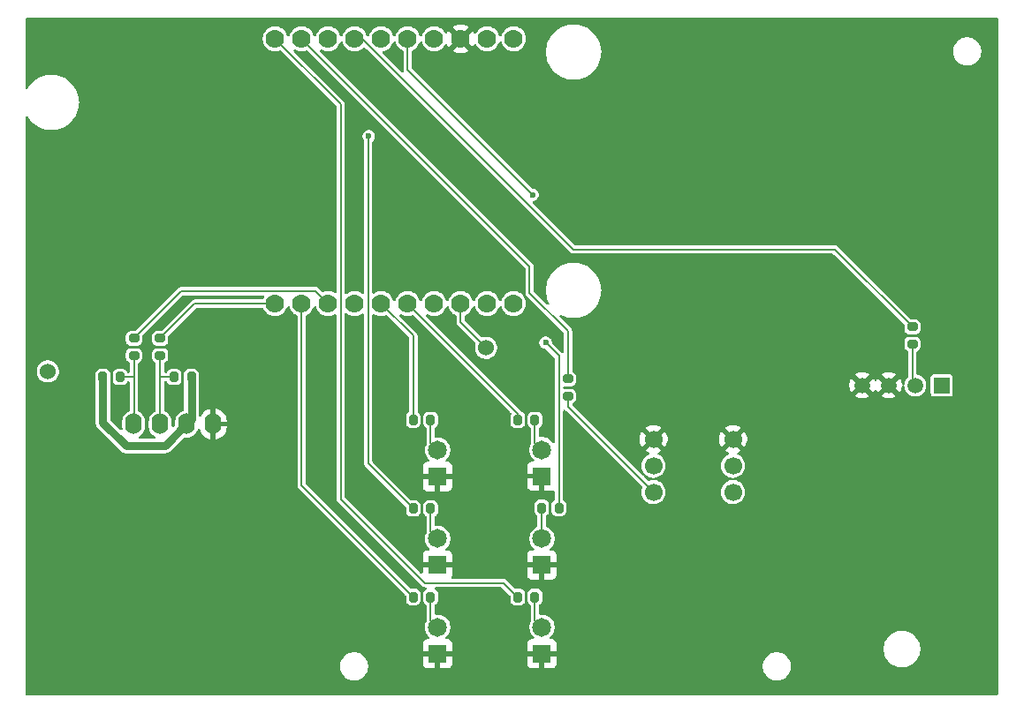
<source format=gbr>
%TF.GenerationSoftware,KiCad,Pcbnew,9.0.3*%
%TF.CreationDate,2025-08-01T16:51:20-05:00*%
%TF.ProjectId,Lab_Sensor_V2,4c61625f-5365-46e7-936f-725f56322e6b,rev?*%
%TF.SameCoordinates,Original*%
%TF.FileFunction,Copper,L1,Top*%
%TF.FilePolarity,Positive*%
%FSLAX46Y46*%
G04 Gerber Fmt 4.6, Leading zero omitted, Abs format (unit mm)*
G04 Created by KiCad (PCBNEW 9.0.3) date 2025-08-01 16:51:20*
%MOMM*%
%LPD*%
G01*
G04 APERTURE LIST*
G04 Aperture macros list*
%AMRoundRect*
0 Rectangle with rounded corners*
0 $1 Rounding radius*
0 $2 $3 $4 $5 $6 $7 $8 $9 X,Y pos of 4 corners*
0 Add a 4 corners polygon primitive as box body*
4,1,4,$2,$3,$4,$5,$6,$7,$8,$9,$2,$3,0*
0 Add four circle primitives for the rounded corners*
1,1,$1+$1,$2,$3*
1,1,$1+$1,$4,$5*
1,1,$1+$1,$6,$7*
1,1,$1+$1,$8,$9*
0 Add four rect primitives between the rounded corners*
20,1,$1+$1,$2,$3,$4,$5,0*
20,1,$1+$1,$4,$5,$6,$7,0*
20,1,$1+$1,$6,$7,$8,$9,0*
20,1,$1+$1,$8,$9,$2,$3,0*%
G04 Aperture macros list end*
%TA.AperFunction,ComponentPad*%
%ADD10C,1.530000*%
%TD*%
%TA.AperFunction,SMDPad,CuDef*%
%ADD11RoundRect,0.200000X-0.200000X-0.275000X0.200000X-0.275000X0.200000X0.275000X-0.200000X0.275000X0*%
%TD*%
%TA.AperFunction,ComponentPad*%
%ADD12C,1.815000*%
%TD*%
%TA.AperFunction,ComponentPad*%
%ADD13R,1.815000X1.815000*%
%TD*%
%TA.AperFunction,ComponentPad*%
%ADD14C,1.700000*%
%TD*%
%TA.AperFunction,SMDPad,CuDef*%
%ADD15RoundRect,0.200000X0.200000X0.275000X-0.200000X0.275000X-0.200000X-0.275000X0.200000X-0.275000X0*%
%TD*%
%TA.AperFunction,ComponentPad*%
%ADD16C,1.778000*%
%TD*%
%TA.AperFunction,SMDPad,CuDef*%
%ADD17RoundRect,0.200000X0.275000X-0.200000X0.275000X0.200000X-0.275000X0.200000X-0.275000X-0.200000X0*%
%TD*%
%TA.AperFunction,ComponentPad*%
%ADD18R,1.500000X1.500000*%
%TD*%
%TA.AperFunction,ComponentPad*%
%ADD19C,1.500000*%
%TD*%
%TA.AperFunction,ComponentPad*%
%ADD20O,1.600000X2.000000*%
%TD*%
%TA.AperFunction,SMDPad,CuDef*%
%ADD21RoundRect,0.200000X-0.275000X0.200000X-0.275000X-0.200000X0.275000X-0.200000X0.275000X0.200000X0*%
%TD*%
%TA.AperFunction,ViaPad*%
%ADD22C,0.600000*%
%TD*%
%TA.AperFunction,Conductor*%
%ADD23C,0.800000*%
%TD*%
%TA.AperFunction,Conductor*%
%ADD24C,0.200000*%
%TD*%
G04 APERTURE END LIST*
D10*
%TO.P,TP2,TP*%
%TO.N,Net-(U1-GPIO3)*%
X77650000Y-80950000D03*
%TD*%
D11*
%TO.P,R1,1*%
%TO.N,Net-(D5-PadA)*%
X124975000Y-94050000D03*
%TO.P,R1,2*%
%TO.N,Net-(U1-GPIO0)*%
X126625000Y-94050000D03*
%TD*%
D12*
%TO.P,D3,A,A*%
%TO.N,Net-(D3-PadA)*%
X125000000Y-105500000D03*
D13*
%TO.P,D3,C,C*%
%TO.N,GND*%
X125000000Y-108040000D03*
%TD*%
D14*
%TO.P,U4,1,L/R*%
%TO.N,GND*%
X135690000Y-87460000D03*
%TO.P,U4,2,GND*%
X143310000Y-87460000D03*
%TO.P,U4,3,WS*%
%TO.N,Net-(U4-WS)*%
X135690000Y-90000000D03*
%TO.P,U4,4,VDD*%
%TO.N,+3.3V*%
X143310000Y-90000000D03*
%TO.P,U4,5,SCK*%
%TO.N,Net-(U4-SCK)*%
X135690000Y-92540000D03*
%TO.P,U4,6,SD*%
%TO.N,Net-(U4-SD)*%
X143310000Y-92540000D03*
%TD*%
D15*
%TO.P,R3,1*%
%TO.N,Net-(D3-PadA)*%
X124325000Y-102600000D03*
%TO.P,R3,2*%
%TO.N,Net-(U1-GPIO5)*%
X122675000Y-102600000D03*
%TD*%
D11*
%TO.P,R14,1*%
%TO.N,Net-(U3-SDA)*%
X89750000Y-81500000D03*
%TO.P,R14,2*%
%TO.N,+3.3V*%
X91400000Y-81500000D03*
%TD*%
D10*
%TO.P,TP1,TP*%
%TO.N,Net-(U1-GPI35)*%
X119650000Y-78700000D03*
%TD*%
D16*
%TO.P,U1,EXT1_1,+5V*%
%TO.N,unconnected-(U1-+5V-PadEXT1_1)*%
X122293000Y-49050000D03*
%TO.P,U1,EXT1_2,+3.3V*%
%TO.N,+3.3V*%
X119753000Y-49050000D03*
%TO.P,U1,EXT1_3,GND*%
%TO.N,GND*%
X117213000Y-49050000D03*
%TO.P,U1,EXT1_4,ESP_EN*%
%TO.N,unconnected-(U1-ESP_EN-PadEXT1_4)*%
X114673000Y-49050000D03*
%TO.P,U1,EXT1_5,GPIO0*%
%TO.N,Net-(U1-GPIO0)*%
X112133000Y-49050000D03*
%TO.P,U1,EXT1_6,GPIO1*%
%TO.N,Net-(U1-GPIO1)*%
X109593000Y-49050000D03*
%TO.P,U1,EXT1_7,GPIO2*%
%TO.N,Net-(U1-GPIO2)*%
X107053000Y-49050000D03*
%TO.P,U1,EXT1_8,GPIO3*%
%TO.N,Net-(U1-GPIO3)*%
X104513000Y-49050000D03*
%TO.P,U1,EXT1_9,GPIO4*%
%TO.N,Net-(U1-GPIO4)*%
X101973000Y-49050000D03*
%TO.P,U1,EXT1_10,GPIO5*%
%TO.N,Net-(U1-GPIO5)*%
X99433000Y-49050000D03*
%TO.P,U1,EXT2_1,GPI39*%
%TO.N,unconnected-(U1-GPI39-PadEXT2_1)*%
X122293000Y-74450000D03*
%TO.P,U1,EXT2_2,GPI36*%
%TO.N,Net-(U1-GPI36)*%
X119753000Y-74450000D03*
%TO.P,U1,EXT2_3,GPI35*%
%TO.N,Net-(U1-GPI35)*%
X117213000Y-74450000D03*
%TO.P,U1,EXT2_4,GPI34*%
%TO.N,unconnected-(U1-GPI34-PadEXT2_4)*%
X114673000Y-74450000D03*
%TO.P,U1,EXT2_5,GPIO33*%
%TO.N,Net-(U1-GPIO33)*%
X112133000Y-74450000D03*
%TO.P,U1,EXT2_6,GPIO32*%
%TO.N,Net-(U1-GPIO32)*%
X109593000Y-74450000D03*
%TO.P,U1,EXT2_7,GPIO16*%
%TO.N,Net-(U1-GPIO16)*%
X107053000Y-74450000D03*
%TO.P,U1,EXT2_8,GPIO15*%
%TO.N,Net-(U1-GPIO15)*%
X104513000Y-74450000D03*
%TO.P,U1,EXT2_9,GPIO14*%
%TO.N,Net-(U1-GPIO14)*%
X101973000Y-74450000D03*
%TO.P,U1,EXT2_10,GPIO13*%
%TO.N,Net-(U1-GPIO13)*%
X99433000Y-74450000D03*
%TD*%
D17*
%TO.P,R11,1*%
%TO.N,Net-(U4-SCK)*%
X127500000Y-83325000D03*
%TO.P,R11,2*%
%TO.N,Net-(U1-GPIO4)*%
X127500000Y-81675000D03*
%TD*%
D15*
%TO.P,R4,1*%
%TO.N,Net-(D2-PadA)*%
X114325000Y-102600000D03*
%TO.P,R4,2*%
%TO.N,Net-(U1-GPIO14)*%
X112675000Y-102600000D03*
%TD*%
D12*
%TO.P,D1,A,A*%
%TO.N,Net-(D1-PadA)*%
X115000000Y-88500000D03*
D13*
%TO.P,D1,C,C*%
%TO.N,GND*%
X115000000Y-91040000D03*
%TD*%
D12*
%TO.P,D5,A,A*%
%TO.N,Net-(D5-PadA)*%
X125000000Y-97000000D03*
D13*
%TO.P,D5,C,C*%
%TO.N,GND*%
X125000000Y-99540000D03*
%TD*%
D17*
%TO.P,R5,1*%
%TO.N,Net-(U3-SCL)*%
X85900000Y-79425000D03*
%TO.P,R5,2*%
%TO.N,Net-(U1-GPIO15)*%
X85900000Y-77775000D03*
%TD*%
D18*
%TO.P,U2,1,VDD*%
%TO.N,+3.3V*%
X163310000Y-82292500D03*
D19*
%TO.P,U2,2,SDA*%
%TO.N,Net-(U2-SDA)*%
X160770000Y-82292500D03*
%TO.P,U2,3,GND*%
%TO.N,GND*%
X158230000Y-82292500D03*
%TO.P,U2,4,GND*%
X155690000Y-82292500D03*
%TD*%
D15*
%TO.P,R13,1*%
%TO.N,Net-(U3-SCL)*%
X84575000Y-81500000D03*
%TO.P,R13,2*%
%TO.N,+3.3V*%
X82925000Y-81500000D03*
%TD*%
D20*
%TO.P,U3,1,SCL*%
%TO.N,Net-(U3-SCL)*%
X85880000Y-86000000D03*
%TO.P,U3,2,SDA*%
%TO.N,Net-(U3-SDA)*%
X88420000Y-86000000D03*
%TO.P,U3,3,VCC*%
%TO.N,+3.3V*%
X90960000Y-86000000D03*
%TO.P,U3,4,GND*%
%TO.N,GND*%
X93500000Y-86000000D03*
%TD*%
D15*
%TO.P,R2,1*%
%TO.N,Net-(D4-PadA)*%
X114325000Y-94100000D03*
%TO.P,R2,2*%
%TO.N,Net-(U1-GPIO1)*%
X112675000Y-94100000D03*
%TD*%
D12*
%TO.P,D2,A,A*%
%TO.N,Net-(D2-PadA)*%
X115000000Y-105500000D03*
D13*
%TO.P,D2,C,C*%
%TO.N,GND*%
X115000000Y-108040000D03*
%TD*%
D12*
%TO.P,D4,A,A*%
%TO.N,Net-(D4-PadA)*%
X115000000Y-97000000D03*
D13*
%TO.P,D4,C,C*%
%TO.N,GND*%
X115000000Y-99540000D03*
%TD*%
D11*
%TO.P,R10,1*%
%TO.N,Net-(U1-GPIO32)*%
X112675000Y-85600000D03*
%TO.P,R10,2*%
%TO.N,Net-(D1-PadA)*%
X114325000Y-85600000D03*
%TD*%
D17*
%TO.P,R8,1*%
%TO.N,Net-(U2-SDA)*%
X160500000Y-78325000D03*
%TO.P,R8,2*%
%TO.N,Net-(U1-GPIO2)*%
X160500000Y-76675000D03*
%TD*%
D21*
%TO.P,R9,1*%
%TO.N,Net-(U1-GPIO13)*%
X88400000Y-77775000D03*
%TO.P,R9,2*%
%TO.N,Net-(U3-SDA)*%
X88400000Y-79425000D03*
%TD*%
D12*
%TO.P,D6,A,A*%
%TO.N,Net-(D6-PadA)*%
X125000000Y-88460000D03*
D13*
%TO.P,D6,C,C*%
%TO.N,GND*%
X125000000Y-91000000D03*
%TD*%
D11*
%TO.P,R12,1*%
%TO.N,Net-(U1-GPIO33)*%
X122675000Y-85600000D03*
%TO.P,R12,2*%
%TO.N,Net-(D6-PadA)*%
X124325000Y-85600000D03*
%TD*%
D22*
%TO.N,GND*%
X118850000Y-62850000D03*
X114850000Y-79900000D03*
X122750000Y-79750000D03*
X110950000Y-50650000D03*
%TO.N,Net-(U1-GPIO1)*%
X108400000Y-58400000D03*
%TO.N,Net-(U1-GPIO0)*%
X125350000Y-78200000D03*
X124100000Y-64000000D03*
%TD*%
D23*
%TO.N,+3.3V*%
X85150000Y-88100000D02*
X82925000Y-85875000D01*
X90960000Y-86000000D02*
X88860000Y-88100000D01*
X88860000Y-88100000D02*
X85150000Y-88100000D01*
X91400000Y-85560000D02*
X91400000Y-81500000D01*
X90960000Y-86000000D02*
X91400000Y-85560000D01*
X82925000Y-85875000D02*
X82925000Y-81500000D01*
D24*
%TO.N,Net-(U1-GPIO2)*%
X127990456Y-69250000D02*
X153075000Y-69250000D01*
X153075000Y-69250000D02*
X160500000Y-76675000D01*
X107790456Y-49050000D02*
X127990456Y-69250000D01*
X107053000Y-49050000D02*
X107790456Y-49050000D01*
%TO.N,Net-(U1-GPIO4)*%
X123800000Y-70877000D02*
X101973000Y-49050000D01*
X123800000Y-73400000D02*
X123800000Y-70877000D01*
X127500000Y-77100000D02*
X123800000Y-73400000D01*
X127500000Y-81675000D02*
X127500000Y-77100000D01*
%TO.N,Net-(U2-SDA)*%
X160500000Y-78325000D02*
X160500000Y-82022500D01*
X160500000Y-82022500D02*
X160770000Y-82292500D01*
%TO.N,Net-(U1-GPIO13)*%
X99433000Y-74450000D02*
X91725000Y-74450000D01*
X91725000Y-74450000D02*
X88400000Y-77775000D01*
%TO.N,Net-(U3-SDA)*%
X88400000Y-81500000D02*
X88400000Y-85980000D01*
X88400000Y-85980000D02*
X88420000Y-86000000D01*
X88400000Y-81500000D02*
X89750000Y-81500000D01*
X88400000Y-79425000D02*
X88400000Y-81500000D01*
%TO.N,Net-(U3-SCL)*%
X85850000Y-81500000D02*
X85900000Y-81550000D01*
X85900000Y-79425000D02*
X85900000Y-81550000D01*
X85900000Y-81550000D02*
X85900000Y-85980000D01*
X85900000Y-85980000D02*
X85880000Y-86000000D01*
X84575000Y-81500000D02*
X85850000Y-81500000D01*
%TO.N,Net-(U1-GPIO15)*%
X90415000Y-73260000D02*
X85900000Y-77775000D01*
X104513000Y-74450000D02*
X103323000Y-73260000D01*
X103323000Y-73260000D02*
X90415000Y-73260000D01*
%TO.N,Net-(D2-PadA)*%
X114325000Y-102600000D02*
X114325000Y-104825000D01*
X114325000Y-104825000D02*
X115000000Y-105500000D01*
%TO.N,Net-(U4-SCK)*%
X127500000Y-84350000D02*
X135690000Y-92540000D01*
X127500000Y-83325000D02*
X127500000Y-84350000D01*
%TO.N,Net-(D1-PadA)*%
X114325000Y-87825000D02*
X115000000Y-88500000D01*
X114325000Y-85600000D02*
X114325000Y-87825000D01*
%TO.N,Net-(D3-PadA)*%
X124325000Y-104825000D02*
X125000000Y-105500000D01*
X124325000Y-102600000D02*
X124325000Y-104825000D01*
%TO.N,Net-(D4-PadA)*%
X114325000Y-96325000D02*
X115000000Y-97000000D01*
X114325000Y-94100000D02*
X114325000Y-96325000D01*
%TO.N,Net-(D5-PadA)*%
X124975000Y-96975000D02*
X125000000Y-97000000D01*
X124975000Y-94050000D02*
X124975000Y-96975000D01*
%TO.N,Net-(D6-PadA)*%
X124325000Y-87785000D02*
X125000000Y-88460000D01*
X124325000Y-85600000D02*
X124325000Y-87785000D01*
%TO.N,Net-(U1-GPIO1)*%
X108350000Y-89775000D02*
X112675000Y-94100000D01*
X108350000Y-58450000D02*
X108350000Y-89775000D01*
X108400000Y-58400000D02*
X108350000Y-58450000D01*
%TO.N,Net-(U1-GPIO14)*%
X101973000Y-91898000D02*
X112675000Y-102600000D01*
X101973000Y-74450000D02*
X101973000Y-91898000D01*
%TO.N,Net-(U1-GPIO5)*%
X99433000Y-49050000D02*
X105703000Y-55320000D01*
X105703000Y-55320000D02*
X105703000Y-93203000D01*
X113750000Y-101250000D02*
X121325000Y-101250000D01*
X105703000Y-93203000D02*
X113750000Y-101250000D01*
X121325000Y-101250000D02*
X122675000Y-102600000D01*
%TO.N,Net-(U1-GPIO33)*%
X112133000Y-74450000D02*
X122675000Y-84992000D01*
X122675000Y-84992000D02*
X122675000Y-85600000D01*
%TO.N,Net-(U1-GPIO32)*%
X112675000Y-85600000D02*
X112675000Y-77532000D01*
X112675000Y-77532000D02*
X109593000Y-74450000D01*
%TO.N,Net-(U1-GPIO0)*%
X125350000Y-78200000D02*
X126625000Y-79475000D01*
X112133000Y-49050000D02*
X112133000Y-52033000D01*
X112133000Y-52033000D02*
X124100000Y-64000000D01*
X126625000Y-79475000D02*
X126625000Y-94050000D01*
%TO.N,Net-(U1-GPI35)*%
X117213000Y-76263000D02*
X119650000Y-78700000D01*
X117213000Y-74450000D02*
X117213000Y-76263000D01*
%TD*%
%TA.AperFunction,Conductor*%
%TO.N,GND*%
G36*
X110917711Y-49280638D02*
G01*
X110969187Y-49327882D01*
X110980931Y-49353598D01*
X111030645Y-49506606D01*
X111030646Y-49506609D01*
X111115651Y-49673437D01*
X111225694Y-49824900D01*
X111225698Y-49824905D01*
X111358094Y-49957301D01*
X111358099Y-49957305D01*
X111479649Y-50045615D01*
X111509566Y-50067351D01*
X111664796Y-50146445D01*
X111715591Y-50194419D01*
X111732500Y-50256929D01*
X111732500Y-51980273D01*
X111732500Y-52085727D01*
X111737147Y-52103069D01*
X111735482Y-52172919D01*
X111696318Y-52230781D01*
X111632089Y-52258283D01*
X111563187Y-52246695D01*
X111529690Y-52222841D01*
X109737610Y-50430761D01*
X109704125Y-50369438D01*
X109709109Y-50299746D01*
X109750981Y-50243813D01*
X109805888Y-50220608D01*
X109871542Y-50210210D01*
X110049609Y-50152353D01*
X110216434Y-50067351D01*
X110367907Y-49957300D01*
X110500300Y-49824907D01*
X110610351Y-49673434D01*
X110695353Y-49506609D01*
X110695354Y-49506606D01*
X110745069Y-49353598D01*
X110784506Y-49295923D01*
X110848865Y-49268724D01*
X110917711Y-49280638D01*
G37*
%TD.AperFunction*%
%TA.AperFunction,Conductor*%
G36*
X168692539Y-47020185D02*
G01*
X168738294Y-47072989D01*
X168749500Y-47124500D01*
X168749500Y-111875500D01*
X168729815Y-111942539D01*
X168677011Y-111988294D01*
X168625500Y-111999500D01*
X75624500Y-111999500D01*
X75557461Y-111979815D01*
X75511706Y-111927011D01*
X75500500Y-111875500D01*
X75500500Y-109143713D01*
X105649500Y-109143713D01*
X105649500Y-109356286D01*
X105682753Y-109566239D01*
X105748444Y-109768414D01*
X105844951Y-109957820D01*
X105969890Y-110129786D01*
X106120213Y-110280109D01*
X106292179Y-110405048D01*
X106292181Y-110405049D01*
X106292184Y-110405051D01*
X106481588Y-110501557D01*
X106683757Y-110567246D01*
X106893713Y-110600500D01*
X106893714Y-110600500D01*
X107106286Y-110600500D01*
X107106287Y-110600500D01*
X107316243Y-110567246D01*
X107518412Y-110501557D01*
X107707816Y-110405051D01*
X107729789Y-110389086D01*
X107879786Y-110280109D01*
X107879788Y-110280106D01*
X107879792Y-110280104D01*
X108030104Y-110129792D01*
X108030106Y-110129788D01*
X108030109Y-110129786D01*
X108155048Y-109957820D01*
X108155047Y-109957820D01*
X108155051Y-109957816D01*
X108251557Y-109768412D01*
X108317246Y-109566243D01*
X108350500Y-109356287D01*
X108350500Y-109143713D01*
X108317246Y-108933757D01*
X108251557Y-108731588D01*
X108155051Y-108542184D01*
X108155049Y-108542181D01*
X108155048Y-108542179D01*
X108030109Y-108370213D01*
X107879786Y-108219890D01*
X107707820Y-108094951D01*
X107518414Y-107998444D01*
X107518413Y-107998443D01*
X107518412Y-107998443D01*
X107316243Y-107932754D01*
X107316241Y-107932753D01*
X107316240Y-107932753D01*
X107154957Y-107907208D01*
X107106287Y-107899500D01*
X106893713Y-107899500D01*
X106845042Y-107907208D01*
X106683760Y-107932753D01*
X106481585Y-107998444D01*
X106292179Y-108094951D01*
X106120213Y-108219890D01*
X105969890Y-108370213D01*
X105844951Y-108542179D01*
X105748444Y-108731585D01*
X105682753Y-108933760D01*
X105649500Y-109143713D01*
X75500500Y-109143713D01*
X75500500Y-85943996D01*
X82224499Y-85943996D01*
X82251418Y-86079322D01*
X82251421Y-86079332D01*
X82304222Y-86206807D01*
X82380887Y-86321545D01*
X84703454Y-88644112D01*
X84818190Y-88720776D01*
X84871540Y-88742874D01*
X84945671Y-88773580D01*
X84945672Y-88773580D01*
X84945677Y-88773582D01*
X84972545Y-88778925D01*
X84972551Y-88778926D01*
X84972591Y-88778934D01*
X85062937Y-88796905D01*
X85081006Y-88800500D01*
X85081007Y-88800500D01*
X88928996Y-88800500D01*
X89037457Y-88778925D01*
X89064328Y-88773580D01*
X89138469Y-88742870D01*
X89191807Y-88720777D01*
X89191808Y-88720776D01*
X89191811Y-88720775D01*
X89306543Y-88644114D01*
X90636004Y-87314651D01*
X90697325Y-87281168D01*
X90743079Y-87279861D01*
X90873389Y-87300500D01*
X90873390Y-87300500D01*
X91046610Y-87300500D01*
X91046611Y-87300500D01*
X91217701Y-87273402D01*
X91382445Y-87219873D01*
X91536788Y-87141232D01*
X91676928Y-87039414D01*
X91799414Y-86916928D01*
X91901232Y-86776788D01*
X91979873Y-86622445D01*
X92007186Y-86538384D01*
X92046622Y-86480711D01*
X92110981Y-86453512D01*
X92179827Y-86465427D01*
X92231303Y-86512671D01*
X92243047Y-86538385D01*
X92295244Y-86699031D01*
X92388140Y-86881349D01*
X92508417Y-87046894D01*
X92508417Y-87046895D01*
X92653104Y-87191582D01*
X92818650Y-87311859D01*
X93000968Y-87404754D01*
X93195578Y-87467988D01*
X93250000Y-87476607D01*
X93250000Y-86433012D01*
X93307007Y-86465925D01*
X93434174Y-86500000D01*
X93565826Y-86500000D01*
X93692993Y-86465925D01*
X93750000Y-86433012D01*
X93750000Y-87476606D01*
X93804421Y-87467988D01*
X93999031Y-87404754D01*
X94181349Y-87311859D01*
X94346894Y-87191582D01*
X94346895Y-87191582D01*
X94491582Y-87046895D01*
X94491582Y-87046894D01*
X94611859Y-86881349D01*
X94704755Y-86699031D01*
X94767990Y-86504417D01*
X94800000Y-86302317D01*
X94800000Y-86250000D01*
X93933012Y-86250000D01*
X93965925Y-86192993D01*
X94000000Y-86065826D01*
X94000000Y-85934174D01*
X93965925Y-85807007D01*
X93933012Y-85750000D01*
X94800000Y-85750000D01*
X94800000Y-85697682D01*
X94767990Y-85495582D01*
X94704755Y-85300968D01*
X94611859Y-85118650D01*
X94491582Y-84953105D01*
X94491582Y-84953104D01*
X94346895Y-84808417D01*
X94181349Y-84688140D01*
X93999029Y-84595244D01*
X93804413Y-84532009D01*
X93750000Y-84523390D01*
X93750000Y-85566988D01*
X93692993Y-85534075D01*
X93565826Y-85500000D01*
X93434174Y-85500000D01*
X93307007Y-85534075D01*
X93250000Y-85566988D01*
X93250000Y-84523390D01*
X93195586Y-84532009D01*
X93000970Y-84595244D01*
X92818650Y-84688140D01*
X92653105Y-84808417D01*
X92653104Y-84808417D01*
X92508417Y-84953104D01*
X92508417Y-84953105D01*
X92388140Y-85118650D01*
X92334985Y-85222974D01*
X92287011Y-85273770D01*
X92219190Y-85290565D01*
X92153055Y-85268028D01*
X92109603Y-85213313D01*
X92100500Y-85166679D01*
X92100500Y-81423412D01*
X92100499Y-81423394D01*
X92100499Y-81177129D01*
X92100498Y-81177123D01*
X92100497Y-81177116D01*
X92094091Y-81117517D01*
X92087253Y-81099184D01*
X92043797Y-80982671D01*
X92043793Y-80982664D01*
X91957547Y-80867455D01*
X91957544Y-80867452D01*
X91842335Y-80781206D01*
X91842328Y-80781202D01*
X91707486Y-80730910D01*
X91707485Y-80730909D01*
X91707483Y-80730909D01*
X91647873Y-80724500D01*
X91647863Y-80724500D01*
X91152129Y-80724500D01*
X91152123Y-80724501D01*
X91092516Y-80730908D01*
X90957671Y-80781202D01*
X90957664Y-80781206D01*
X90842455Y-80867452D01*
X90842452Y-80867455D01*
X90756206Y-80982664D01*
X90756202Y-80982671D01*
X90705908Y-81117517D01*
X90702888Y-81145613D01*
X90699501Y-81177123D01*
X90699500Y-81177135D01*
X90699500Y-84637416D01*
X90679815Y-84704455D01*
X90627011Y-84750210D01*
X90613819Y-84755347D01*
X90537550Y-84780128D01*
X90383211Y-84858768D01*
X90344237Y-84887085D01*
X90243072Y-84960586D01*
X90243070Y-84960588D01*
X90243069Y-84960588D01*
X90120588Y-85083069D01*
X90120588Y-85083070D01*
X90120586Y-85083072D01*
X90094737Y-85118650D01*
X90018768Y-85223211D01*
X89940128Y-85377552D01*
X89886597Y-85542302D01*
X89859500Y-85713389D01*
X89859500Y-86058480D01*
X89850855Y-86087920D01*
X89844332Y-86117907D01*
X89840577Y-86122922D01*
X89839815Y-86125519D01*
X89823181Y-86146161D01*
X89732181Y-86237161D01*
X89670858Y-86270646D01*
X89601166Y-86265662D01*
X89545233Y-86223790D01*
X89520816Y-86158326D01*
X89520500Y-86149480D01*
X89520500Y-85713389D01*
X89507133Y-85628994D01*
X89493402Y-85542299D01*
X89439873Y-85377555D01*
X89361232Y-85223212D01*
X89259414Y-85083072D01*
X89136928Y-84960586D01*
X88996788Y-84858768D01*
X88897968Y-84808417D01*
X88868205Y-84793252D01*
X88817409Y-84745278D01*
X88800500Y-84682767D01*
X88800500Y-82024500D01*
X88803050Y-82015814D01*
X88801762Y-82006853D01*
X88812740Y-81982812D01*
X88820185Y-81957461D01*
X88827025Y-81951533D01*
X88830787Y-81943297D01*
X88853021Y-81929007D01*
X88872989Y-81911706D01*
X88883503Y-81909418D01*
X88889565Y-81905523D01*
X88924500Y-81900500D01*
X88976533Y-81900500D01*
X89043572Y-81920185D01*
X89089327Y-81972989D01*
X89092715Y-81981166D01*
X89106203Y-82017330D01*
X89106206Y-82017335D01*
X89192452Y-82132544D01*
X89192455Y-82132547D01*
X89307664Y-82218793D01*
X89307671Y-82218797D01*
X89344529Y-82232544D01*
X89442517Y-82269091D01*
X89502127Y-82275500D01*
X89997872Y-82275499D01*
X90057483Y-82269091D01*
X90192331Y-82218796D01*
X90307546Y-82132546D01*
X90393796Y-82017331D01*
X90444091Y-81882483D01*
X90450500Y-81822873D01*
X90450499Y-81177128D01*
X90444091Y-81117517D01*
X90437253Y-81099184D01*
X90393797Y-80982671D01*
X90393793Y-80982664D01*
X90307547Y-80867455D01*
X90307544Y-80867452D01*
X90192335Y-80781206D01*
X90192328Y-80781202D01*
X90057486Y-80730910D01*
X90057485Y-80730909D01*
X90057483Y-80730909D01*
X89997873Y-80724500D01*
X89997863Y-80724500D01*
X89502129Y-80724500D01*
X89502123Y-80724501D01*
X89442516Y-80730908D01*
X89307671Y-80781202D01*
X89307664Y-80781206D01*
X89192455Y-80867452D01*
X89192452Y-80867455D01*
X89106206Y-80982664D01*
X89106203Y-80982669D01*
X89092715Y-81018834D01*
X89079444Y-81036560D01*
X89070246Y-81056703D01*
X89058914Y-81063985D01*
X89050843Y-81074767D01*
X89030097Y-81082504D01*
X89011468Y-81094477D01*
X88989549Y-81097628D01*
X88985379Y-81099184D01*
X88976533Y-81099500D01*
X88924500Y-81099500D01*
X88857461Y-81079815D01*
X88811706Y-81027011D01*
X88800500Y-80975500D01*
X88800500Y-80198466D01*
X88820185Y-80131427D01*
X88872989Y-80085672D01*
X88881156Y-80082288D01*
X88917331Y-80068796D01*
X89032546Y-79982546D01*
X89118796Y-79867331D01*
X89169091Y-79732483D01*
X89175500Y-79672873D01*
X89175499Y-79177128D01*
X89169091Y-79117517D01*
X89161985Y-79098466D01*
X89118797Y-78982671D01*
X89118793Y-78982664D01*
X89032547Y-78867455D01*
X89032544Y-78867452D01*
X88917335Y-78781206D01*
X88917328Y-78781202D01*
X88782486Y-78730910D01*
X88782485Y-78730909D01*
X88782483Y-78730909D01*
X88722873Y-78724500D01*
X88722863Y-78724500D01*
X88077129Y-78724500D01*
X88077123Y-78724501D01*
X88017516Y-78730908D01*
X87882671Y-78781202D01*
X87882664Y-78781206D01*
X87767455Y-78867452D01*
X87767452Y-78867455D01*
X87681206Y-78982664D01*
X87681202Y-78982671D01*
X87630910Y-79117513D01*
X87630909Y-79117517D01*
X87624500Y-79177127D01*
X87624500Y-79177134D01*
X87624500Y-79177135D01*
X87624500Y-79672870D01*
X87624501Y-79672876D01*
X87630908Y-79732483D01*
X87681202Y-79867328D01*
X87681206Y-79867335D01*
X87767452Y-79982544D01*
X87767455Y-79982547D01*
X87882664Y-80068793D01*
X87882669Y-80068796D01*
X87918832Y-80082284D01*
X87974766Y-80124154D01*
X87999184Y-80189618D01*
X87999500Y-80198466D01*
X87999500Y-84703148D01*
X87979815Y-84770187D01*
X87931795Y-84813633D01*
X87843211Y-84858768D01*
X87804237Y-84887085D01*
X87703072Y-84960586D01*
X87703070Y-84960588D01*
X87703069Y-84960588D01*
X87580588Y-85083069D01*
X87580588Y-85083070D01*
X87580586Y-85083072D01*
X87554737Y-85118650D01*
X87478768Y-85223211D01*
X87400128Y-85377552D01*
X87346597Y-85542302D01*
X87334107Y-85621162D01*
X87319500Y-85713389D01*
X87319500Y-86286611D01*
X87323666Y-86312913D01*
X87345934Y-86453512D01*
X87346598Y-86457701D01*
X87400127Y-86622445D01*
X87478768Y-86776788D01*
X87580586Y-86916928D01*
X87703072Y-87039414D01*
X87843212Y-87141232D01*
X87882774Y-87161390D01*
X87889889Y-87165015D01*
X87940685Y-87212990D01*
X87957480Y-87280811D01*
X87934943Y-87346945D01*
X87880228Y-87390397D01*
X87833594Y-87399500D01*
X86466406Y-87399500D01*
X86399367Y-87379815D01*
X86353612Y-87327011D01*
X86343668Y-87257853D01*
X86372693Y-87194297D01*
X86410111Y-87165015D01*
X86413893Y-87163087D01*
X86456788Y-87141232D01*
X86596928Y-87039414D01*
X86719414Y-86916928D01*
X86821232Y-86776788D01*
X86899873Y-86622445D01*
X86953402Y-86457701D01*
X86980500Y-86286611D01*
X86980500Y-85713389D01*
X86953402Y-85542299D01*
X86899873Y-85377555D01*
X86821232Y-85223212D01*
X86719414Y-85083072D01*
X86596928Y-84960586D01*
X86456788Y-84858768D01*
X86368205Y-84813633D01*
X86317409Y-84765659D01*
X86300500Y-84703148D01*
X86300500Y-81602730D01*
X86300501Y-81602727D01*
X86300501Y-81497273D01*
X86300500Y-81497269D01*
X86300500Y-80198466D01*
X86320185Y-80131427D01*
X86372989Y-80085672D01*
X86381156Y-80082288D01*
X86417331Y-80068796D01*
X86532546Y-79982546D01*
X86618796Y-79867331D01*
X86669091Y-79732483D01*
X86675500Y-79672873D01*
X86675499Y-79177128D01*
X86669091Y-79117517D01*
X86661985Y-79098466D01*
X86618797Y-78982671D01*
X86618793Y-78982664D01*
X86532547Y-78867455D01*
X86532544Y-78867452D01*
X86417335Y-78781206D01*
X86417328Y-78781202D01*
X86282486Y-78730910D01*
X86282485Y-78730909D01*
X86282483Y-78730909D01*
X86222873Y-78724500D01*
X86222863Y-78724500D01*
X85577129Y-78724500D01*
X85577123Y-78724501D01*
X85517516Y-78730908D01*
X85382671Y-78781202D01*
X85382664Y-78781206D01*
X85267455Y-78867452D01*
X85267452Y-78867455D01*
X85181206Y-78982664D01*
X85181202Y-78982671D01*
X85130910Y-79117513D01*
X85130909Y-79117517D01*
X85124500Y-79177127D01*
X85124500Y-79177134D01*
X85124500Y-79177135D01*
X85124500Y-79672870D01*
X85124501Y-79672876D01*
X85130908Y-79732483D01*
X85181202Y-79867328D01*
X85181206Y-79867335D01*
X85267452Y-79982544D01*
X85267455Y-79982547D01*
X85382664Y-80068793D01*
X85382669Y-80068796D01*
X85418832Y-80082284D01*
X85474766Y-80124154D01*
X85499184Y-80189618D01*
X85499500Y-80198466D01*
X85499500Y-80975500D01*
X85496949Y-80984185D01*
X85498238Y-80993147D01*
X85487259Y-81017187D01*
X85479815Y-81042539D01*
X85472974Y-81048466D01*
X85469213Y-81056703D01*
X85446978Y-81070992D01*
X85427011Y-81088294D01*
X85416496Y-81090581D01*
X85410435Y-81094477D01*
X85375500Y-81099500D01*
X85348467Y-81099500D01*
X85281428Y-81079815D01*
X85235673Y-81027011D01*
X85232285Y-81018834D01*
X85218796Y-80982669D01*
X85218793Y-80982664D01*
X85132547Y-80867455D01*
X85132544Y-80867452D01*
X85017335Y-80781206D01*
X85017328Y-80781202D01*
X84882486Y-80730910D01*
X84882485Y-80730909D01*
X84882483Y-80730909D01*
X84822873Y-80724500D01*
X84822863Y-80724500D01*
X84327129Y-80724500D01*
X84327123Y-80724501D01*
X84267516Y-80730908D01*
X84132671Y-80781202D01*
X84132664Y-80781206D01*
X84017455Y-80867452D01*
X84017452Y-80867455D01*
X83931206Y-80982664D01*
X83931202Y-80982671D01*
X83880933Y-81117452D01*
X83880909Y-81117517D01*
X83874500Y-81177127D01*
X83874500Y-81177134D01*
X83874500Y-81177135D01*
X83874500Y-81822870D01*
X83874501Y-81822876D01*
X83880908Y-81882483D01*
X83931202Y-82017328D01*
X83931206Y-82017335D01*
X84017452Y-82132544D01*
X84017455Y-82132547D01*
X84132664Y-82218793D01*
X84132671Y-82218797D01*
X84169529Y-82232544D01*
X84267517Y-82269091D01*
X84327127Y-82275500D01*
X84822872Y-82275499D01*
X84882483Y-82269091D01*
X85017331Y-82218796D01*
X85132546Y-82132546D01*
X85218796Y-82017331D01*
X85231671Y-81982812D01*
X85232285Y-81981166D01*
X85245555Y-81963439D01*
X85254754Y-81943297D01*
X85266085Y-81936014D01*
X85274157Y-81925233D01*
X85294902Y-81917495D01*
X85313532Y-81905523D01*
X85335450Y-81902371D01*
X85339621Y-81900816D01*
X85348467Y-81900500D01*
X85375500Y-81900500D01*
X85442539Y-81920185D01*
X85488294Y-81972989D01*
X85499500Y-82024500D01*
X85499500Y-84682767D01*
X85479815Y-84749806D01*
X85431795Y-84793252D01*
X85303211Y-84858768D01*
X85264237Y-84887085D01*
X85163072Y-84960586D01*
X85163070Y-84960588D01*
X85163069Y-84960588D01*
X85040588Y-85083069D01*
X85040588Y-85083070D01*
X85040586Y-85083072D01*
X85014737Y-85118650D01*
X84938768Y-85223211D01*
X84860128Y-85377552D01*
X84806597Y-85542302D01*
X84779500Y-85713389D01*
X84779500Y-86286611D01*
X84779499Y-86286611D01*
X84804905Y-86447016D01*
X84795950Y-86516309D01*
X84750954Y-86569761D01*
X84684202Y-86590400D01*
X84616889Y-86571675D01*
X84594751Y-86554094D01*
X83661819Y-85621162D01*
X83628334Y-85559839D01*
X83625500Y-85533481D01*
X83625500Y-81423412D01*
X83625499Y-81423394D01*
X83625499Y-81177129D01*
X83625498Y-81177123D01*
X83625497Y-81177116D01*
X83619091Y-81117517D01*
X83612253Y-81099184D01*
X83568797Y-80982671D01*
X83568793Y-80982664D01*
X83482547Y-80867455D01*
X83482544Y-80867452D01*
X83367335Y-80781206D01*
X83367328Y-80781202D01*
X83232486Y-80730910D01*
X83232485Y-80730909D01*
X83232483Y-80730909D01*
X83172873Y-80724500D01*
X83172863Y-80724500D01*
X82677129Y-80724500D01*
X82677123Y-80724501D01*
X82617516Y-80730908D01*
X82482671Y-80781202D01*
X82482664Y-80781206D01*
X82367455Y-80867452D01*
X82367452Y-80867455D01*
X82281206Y-80982664D01*
X82281202Y-80982671D01*
X82230908Y-81117517D01*
X82227888Y-81145613D01*
X82224500Y-81177127D01*
X82224500Y-81431005D01*
X82224500Y-81431007D01*
X82224500Y-85806006D01*
X82224500Y-85943994D01*
X82224500Y-85943996D01*
X82224499Y-85943996D01*
X75500500Y-85943996D01*
X75500500Y-81054945D01*
X76584499Y-81054945D01*
X76625445Y-81260789D01*
X76625447Y-81260795D01*
X76705765Y-81454701D01*
X76822373Y-81629218D01*
X76970781Y-81777626D01*
X77145298Y-81894234D01*
X77214439Y-81922873D01*
X77339205Y-81974553D01*
X77339209Y-81974553D01*
X77339210Y-81974554D01*
X77545054Y-82015500D01*
X77545057Y-82015500D01*
X77754945Y-82015500D01*
X77902810Y-81986087D01*
X77960795Y-81974553D01*
X78135056Y-81902371D01*
X78154701Y-81894234D01*
X78154701Y-81894233D01*
X78154703Y-81894233D01*
X78329216Y-81777628D01*
X78477628Y-81629216D01*
X78594233Y-81454703D01*
X78674553Y-81260795D01*
X78681992Y-81223399D01*
X78696669Y-81149614D01*
X78715500Y-81054945D01*
X78715500Y-80845054D01*
X78674554Y-80639210D01*
X78674553Y-80639209D01*
X78674553Y-80639205D01*
X78634393Y-80542251D01*
X78594234Y-80445298D01*
X78477626Y-80270781D01*
X78329218Y-80122373D01*
X78154701Y-80005765D01*
X77960795Y-79925447D01*
X77960789Y-79925445D01*
X77754945Y-79884500D01*
X77754943Y-79884500D01*
X77545057Y-79884500D01*
X77545055Y-79884500D01*
X77339210Y-79925445D01*
X77339204Y-79925447D01*
X77145298Y-80005765D01*
X76970781Y-80122373D01*
X76822373Y-80270781D01*
X76705765Y-80445298D01*
X76625447Y-80639204D01*
X76625445Y-80639210D01*
X76584500Y-80845054D01*
X76584500Y-80845057D01*
X76584500Y-81054943D01*
X76584500Y-81054945D01*
X76584499Y-81054945D01*
X75500500Y-81054945D01*
X75500500Y-77527127D01*
X85124500Y-77527127D01*
X85124500Y-77527134D01*
X85124500Y-77527135D01*
X85124500Y-78022870D01*
X85124501Y-78022876D01*
X85130908Y-78082483D01*
X85181202Y-78217328D01*
X85181206Y-78217335D01*
X85267452Y-78332544D01*
X85267455Y-78332547D01*
X85382664Y-78418793D01*
X85382671Y-78418797D01*
X85417489Y-78431783D01*
X85517517Y-78469091D01*
X85577127Y-78475500D01*
X86222872Y-78475499D01*
X86282483Y-78469091D01*
X86417331Y-78418796D01*
X86532546Y-78332546D01*
X86618796Y-78217331D01*
X86669091Y-78082483D01*
X86675500Y-78022873D01*
X86675499Y-77617253D01*
X86695183Y-77550215D01*
X86711813Y-77529578D01*
X90544574Y-73696819D01*
X90605897Y-73663334D01*
X90632255Y-73660500D01*
X98297914Y-73660500D01*
X98300554Y-73661275D01*
X98303225Y-73660614D01*
X98333880Y-73671061D01*
X98364953Y-73680185D01*
X98366754Y-73682264D01*
X98369360Y-73683152D01*
X98389506Y-73708521D01*
X98410708Y-73732989D01*
X98411099Y-73735711D01*
X98412811Y-73737867D01*
X98416042Y-73770087D01*
X98420652Y-73802147D01*
X98419592Y-73805488D01*
X98419783Y-73807388D01*
X98408399Y-73840794D01*
X98398998Y-73859244D01*
X98336555Y-73981795D01*
X98288580Y-74032591D01*
X98226070Y-74049500D01*
X91672273Y-74049500D01*
X91570410Y-74076793D01*
X91479087Y-74129520D01*
X91479084Y-74129522D01*
X88570424Y-77038181D01*
X88509101Y-77071666D01*
X88482743Y-77074500D01*
X88077129Y-77074500D01*
X88077123Y-77074501D01*
X88017516Y-77080908D01*
X87882671Y-77131202D01*
X87882664Y-77131206D01*
X87767455Y-77217452D01*
X87767452Y-77217455D01*
X87681206Y-77332664D01*
X87681202Y-77332671D01*
X87630910Y-77467513D01*
X87630909Y-77467517D01*
X87624500Y-77527127D01*
X87624500Y-77527134D01*
X87624500Y-77527135D01*
X87624500Y-78022870D01*
X87624501Y-78022876D01*
X87630908Y-78082483D01*
X87681202Y-78217328D01*
X87681206Y-78217335D01*
X87767452Y-78332544D01*
X87767455Y-78332547D01*
X87882664Y-78418793D01*
X87882671Y-78418797D01*
X87917489Y-78431783D01*
X88017517Y-78469091D01*
X88077127Y-78475500D01*
X88722872Y-78475499D01*
X88782483Y-78469091D01*
X88917331Y-78418796D01*
X89032546Y-78332546D01*
X89118796Y-78217331D01*
X89169091Y-78082483D01*
X89175500Y-78022873D01*
X89175499Y-77617253D01*
X89195183Y-77550215D01*
X89211813Y-77529578D01*
X91854574Y-74886819D01*
X91915897Y-74853334D01*
X91942255Y-74850500D01*
X98226070Y-74850500D01*
X98293109Y-74870185D01*
X98336555Y-74918205D01*
X98400566Y-75043833D01*
X98415651Y-75073437D01*
X98525694Y-75224900D01*
X98525698Y-75224905D01*
X98658094Y-75357301D01*
X98658099Y-75357305D01*
X98756527Y-75428816D01*
X98809566Y-75467351D01*
X98909125Y-75518079D01*
X98976390Y-75552353D01*
X98976393Y-75552354D01*
X99065424Y-75581281D01*
X99154458Y-75610210D01*
X99339384Y-75639500D01*
X99339385Y-75639500D01*
X99526615Y-75639500D01*
X99526616Y-75639500D01*
X99711542Y-75610210D01*
X99889609Y-75552353D01*
X100056434Y-75467351D01*
X100207907Y-75357300D01*
X100340300Y-75224907D01*
X100450351Y-75073434D01*
X100535353Y-74906609D01*
X100535354Y-74906606D01*
X100585069Y-74753598D01*
X100624506Y-74695923D01*
X100688865Y-74668724D01*
X100757711Y-74680638D01*
X100809187Y-74727882D01*
X100820931Y-74753598D01*
X100870645Y-74906606D01*
X100870646Y-74906609D01*
X100928416Y-75019988D01*
X100940566Y-75043833D01*
X100955651Y-75073437D01*
X101065694Y-75224900D01*
X101065698Y-75224905D01*
X101198094Y-75357301D01*
X101198099Y-75357305D01*
X101296527Y-75428816D01*
X101349566Y-75467351D01*
X101504796Y-75546445D01*
X101555591Y-75594419D01*
X101572500Y-75656929D01*
X101572500Y-91950726D01*
X101599793Y-92052589D01*
X101626156Y-92098250D01*
X101652520Y-92143913D01*
X101652521Y-92143914D01*
X101652522Y-92143915D01*
X111938181Y-102429573D01*
X111971666Y-102490896D01*
X111974500Y-102517254D01*
X111974500Y-102922870D01*
X111974501Y-102922876D01*
X111980908Y-102982483D01*
X112031202Y-103117328D01*
X112031206Y-103117335D01*
X112117452Y-103232544D01*
X112117455Y-103232547D01*
X112232664Y-103318793D01*
X112232671Y-103318797D01*
X112274497Y-103334397D01*
X112367517Y-103369091D01*
X112427127Y-103375500D01*
X112922872Y-103375499D01*
X112982483Y-103369091D01*
X113117331Y-103318796D01*
X113232546Y-103232546D01*
X113318796Y-103117331D01*
X113369091Y-102982483D01*
X113375500Y-102922873D01*
X113375499Y-102277128D01*
X113369091Y-102217517D01*
X113318796Y-102082669D01*
X113318795Y-102082668D01*
X113318793Y-102082664D01*
X113232547Y-101967455D01*
X113232544Y-101967452D01*
X113117335Y-101881206D01*
X113117328Y-101881202D01*
X112982482Y-101830908D01*
X112982483Y-101830908D01*
X112922883Y-101824501D01*
X112922881Y-101824500D01*
X112922873Y-101824500D01*
X112922865Y-101824500D01*
X112517254Y-101824500D01*
X112450215Y-101804815D01*
X112429573Y-101788181D01*
X102409819Y-91768426D01*
X102376334Y-91707103D01*
X102373500Y-91680745D01*
X102373500Y-75656929D01*
X102393185Y-75589890D01*
X102441203Y-75546445D01*
X102596434Y-75467351D01*
X102747907Y-75357300D01*
X102880300Y-75224907D01*
X102990351Y-75073434D01*
X103075353Y-74906609D01*
X103075354Y-74906606D01*
X103125069Y-74753598D01*
X103164506Y-74695923D01*
X103228865Y-74668724D01*
X103297711Y-74680638D01*
X103349187Y-74727882D01*
X103360931Y-74753598D01*
X103410645Y-74906606D01*
X103410646Y-74906609D01*
X103468416Y-75019988D01*
X103480566Y-75043833D01*
X103495651Y-75073437D01*
X103605694Y-75224900D01*
X103605698Y-75224905D01*
X103738094Y-75357301D01*
X103738099Y-75357305D01*
X103836527Y-75428816D01*
X103889566Y-75467351D01*
X103989125Y-75518079D01*
X104056390Y-75552353D01*
X104056393Y-75552354D01*
X104145424Y-75581281D01*
X104234458Y-75610210D01*
X104419384Y-75639500D01*
X104419385Y-75639500D01*
X104606615Y-75639500D01*
X104606616Y-75639500D01*
X104791542Y-75610210D01*
X104969609Y-75552353D01*
X105122205Y-75474600D01*
X105190873Y-75461704D01*
X105255614Y-75487980D01*
X105295871Y-75545086D01*
X105302500Y-75585085D01*
X105302500Y-93150273D01*
X105302500Y-93255727D01*
X105309247Y-93280908D01*
X105329793Y-93357589D01*
X105343428Y-93381204D01*
X105382520Y-93448913D01*
X105382521Y-93448914D01*
X105382522Y-93448915D01*
X113425179Y-101491571D01*
X113425189Y-101491582D01*
X113429519Y-101495912D01*
X113429520Y-101495913D01*
X113504087Y-101570480D01*
X113595413Y-101623207D01*
X113697273Y-101650501D01*
X113697275Y-101650501D01*
X113810323Y-101650501D01*
X113810339Y-101650500D01*
X113819344Y-101650500D01*
X113886383Y-101670185D01*
X113932138Y-101722989D01*
X113942082Y-101792147D01*
X113913057Y-101855703D01*
X113889106Y-101875003D01*
X113889769Y-101875888D01*
X113767455Y-101967452D01*
X113767452Y-101967455D01*
X113681206Y-102082664D01*
X113681202Y-102082671D01*
X113630910Y-102217513D01*
X113630909Y-102217517D01*
X113624500Y-102277127D01*
X113624500Y-102277134D01*
X113624500Y-102277135D01*
X113624500Y-102922870D01*
X113624501Y-102922876D01*
X113630908Y-102982483D01*
X113681202Y-103117328D01*
X113681206Y-103117335D01*
X113750358Y-103209709D01*
X113767454Y-103232546D01*
X113874811Y-103312914D01*
X113916682Y-103368847D01*
X113924500Y-103412180D01*
X113924500Y-104877732D01*
X113924860Y-104879073D01*
X113924832Y-104880249D01*
X113925561Y-104885788D01*
X113924697Y-104885901D01*
X113923199Y-104948923D01*
X113915571Y-104967462D01*
X113880506Y-105036281D01*
X113880502Y-105036291D01*
X113821744Y-105217129D01*
X113792000Y-105404928D01*
X113792000Y-105595072D01*
X113821745Y-105782874D01*
X113880503Y-105963711D01*
X113908750Y-106019150D01*
X113966828Y-106133133D01*
X114078583Y-106286952D01*
X114078587Y-106286957D01*
X114212449Y-106420819D01*
X114245934Y-106482142D01*
X114240950Y-106551834D01*
X114199078Y-106607767D01*
X114133614Y-106632184D01*
X114124768Y-106632500D01*
X114044655Y-106632500D01*
X113985127Y-106638901D01*
X113985120Y-106638903D01*
X113850413Y-106689145D01*
X113850406Y-106689149D01*
X113735312Y-106775309D01*
X113735309Y-106775312D01*
X113649149Y-106890406D01*
X113649145Y-106890413D01*
X113598903Y-107025120D01*
X113598901Y-107025127D01*
X113592500Y-107084655D01*
X113592500Y-107790000D01*
X114445743Y-107790000D01*
X114436229Y-107806479D01*
X114395000Y-107960350D01*
X114395000Y-108119650D01*
X114436229Y-108273521D01*
X114445743Y-108290000D01*
X113592500Y-108290000D01*
X113592500Y-108995344D01*
X113598901Y-109054872D01*
X113598903Y-109054879D01*
X113649145Y-109189586D01*
X113649149Y-109189593D01*
X113735309Y-109304687D01*
X113735312Y-109304690D01*
X113850406Y-109390850D01*
X113850413Y-109390854D01*
X113985120Y-109441096D01*
X113985127Y-109441098D01*
X114044655Y-109447499D01*
X114044672Y-109447500D01*
X114750000Y-109447500D01*
X114750000Y-108594256D01*
X114766479Y-108603771D01*
X114920350Y-108645000D01*
X115079650Y-108645000D01*
X115233521Y-108603771D01*
X115250000Y-108594256D01*
X115250000Y-109447500D01*
X115955328Y-109447500D01*
X115955344Y-109447499D01*
X116014872Y-109441098D01*
X116014879Y-109441096D01*
X116149586Y-109390854D01*
X116149593Y-109390850D01*
X116264687Y-109304690D01*
X116264690Y-109304687D01*
X116350850Y-109189593D01*
X116350854Y-109189586D01*
X116401096Y-109054879D01*
X116401098Y-109054872D01*
X116407499Y-108995344D01*
X116407500Y-108995327D01*
X116407500Y-108290000D01*
X115554257Y-108290000D01*
X115563771Y-108273521D01*
X115605000Y-108119650D01*
X115605000Y-107960350D01*
X115563771Y-107806479D01*
X115554257Y-107790000D01*
X116407500Y-107790000D01*
X116407500Y-107084672D01*
X116407499Y-107084655D01*
X123592500Y-107084655D01*
X123592500Y-107790000D01*
X124445743Y-107790000D01*
X124436229Y-107806479D01*
X124395000Y-107960350D01*
X124395000Y-108119650D01*
X124436229Y-108273521D01*
X124445743Y-108290000D01*
X123592500Y-108290000D01*
X123592500Y-108995344D01*
X123598901Y-109054872D01*
X123598903Y-109054879D01*
X123649145Y-109189586D01*
X123649149Y-109189593D01*
X123735309Y-109304687D01*
X123735312Y-109304690D01*
X123850406Y-109390850D01*
X123850413Y-109390854D01*
X123985120Y-109441096D01*
X123985127Y-109441098D01*
X124044655Y-109447499D01*
X124044672Y-109447500D01*
X124750000Y-109447500D01*
X124750000Y-108594256D01*
X124766479Y-108603771D01*
X124920350Y-108645000D01*
X125079650Y-108645000D01*
X125233521Y-108603771D01*
X125250000Y-108594256D01*
X125250000Y-109447500D01*
X125955328Y-109447500D01*
X125955344Y-109447499D01*
X126014872Y-109441098D01*
X126014879Y-109441096D01*
X126149586Y-109390854D01*
X126149593Y-109390850D01*
X126264687Y-109304690D01*
X126264690Y-109304687D01*
X126350850Y-109189593D01*
X126350854Y-109189586D01*
X126367964Y-109143713D01*
X146149500Y-109143713D01*
X146149500Y-109356286D01*
X146182753Y-109566239D01*
X146248444Y-109768414D01*
X146344951Y-109957820D01*
X146469890Y-110129786D01*
X146620213Y-110280109D01*
X146792179Y-110405048D01*
X146792181Y-110405049D01*
X146792184Y-110405051D01*
X146981588Y-110501557D01*
X147183757Y-110567246D01*
X147393713Y-110600500D01*
X147393714Y-110600500D01*
X147606286Y-110600500D01*
X147606287Y-110600500D01*
X147816243Y-110567246D01*
X148018412Y-110501557D01*
X148207816Y-110405051D01*
X148229789Y-110389086D01*
X148379786Y-110280109D01*
X148379788Y-110280106D01*
X148379792Y-110280104D01*
X148530104Y-110129792D01*
X148530106Y-110129788D01*
X148530109Y-110129786D01*
X148655048Y-109957820D01*
X148655047Y-109957820D01*
X148655051Y-109957816D01*
X148751557Y-109768412D01*
X148817246Y-109566243D01*
X148850500Y-109356287D01*
X148850500Y-109143713D01*
X148817246Y-108933757D01*
X148751557Y-108731588D01*
X148655051Y-108542184D01*
X148655049Y-108542181D01*
X148655048Y-108542179D01*
X148530109Y-108370213D01*
X148379786Y-108219890D01*
X148207820Y-108094951D01*
X148018414Y-107998444D01*
X148018413Y-107998443D01*
X148018412Y-107998443D01*
X147816243Y-107932754D01*
X147816241Y-107932753D01*
X147816240Y-107932753D01*
X147654957Y-107907208D01*
X147606287Y-107899500D01*
X147393713Y-107899500D01*
X147345042Y-107907208D01*
X147183760Y-107932753D01*
X146981585Y-107998444D01*
X146792179Y-108094951D01*
X146620213Y-108219890D01*
X146469890Y-108370213D01*
X146344951Y-108542179D01*
X146248444Y-108731585D01*
X146182753Y-108933760D01*
X146149500Y-109143713D01*
X126367964Y-109143713D01*
X126385943Y-109095508D01*
X126385943Y-109095507D01*
X126401097Y-109054876D01*
X126401098Y-109054872D01*
X126407499Y-108995344D01*
X126407500Y-108995327D01*
X126407500Y-108290000D01*
X125554257Y-108290000D01*
X125563771Y-108273521D01*
X125605000Y-108119650D01*
X125605000Y-107960350D01*
X125563771Y-107806479D01*
X125554257Y-107790000D01*
X126407500Y-107790000D01*
X126407500Y-107477758D01*
X157749500Y-107477758D01*
X157749500Y-107707241D01*
X157762566Y-107806479D01*
X157779452Y-107934738D01*
X157838842Y-108156387D01*
X157926650Y-108368376D01*
X157926657Y-108368390D01*
X158041392Y-108567117D01*
X158181081Y-108749161D01*
X158181089Y-108749170D01*
X158343330Y-108911411D01*
X158343338Y-108911418D01*
X158525382Y-109051107D01*
X158525385Y-109051108D01*
X158525388Y-109051111D01*
X158724112Y-109165844D01*
X158724117Y-109165846D01*
X158724123Y-109165849D01*
X158781430Y-109189586D01*
X158936113Y-109253658D01*
X159157762Y-109313048D01*
X159385266Y-109343000D01*
X159385273Y-109343000D01*
X159614727Y-109343000D01*
X159614734Y-109343000D01*
X159842238Y-109313048D01*
X160063887Y-109253658D01*
X160275888Y-109165844D01*
X160474612Y-109051111D01*
X160656661Y-108911419D01*
X160656665Y-108911414D01*
X160656670Y-108911411D01*
X160818911Y-108749170D01*
X160818914Y-108749165D01*
X160818919Y-108749161D01*
X160958611Y-108567112D01*
X161073344Y-108368388D01*
X161161158Y-108156387D01*
X161220548Y-107934738D01*
X161250500Y-107707234D01*
X161250500Y-107477766D01*
X161220548Y-107250262D01*
X161161158Y-107028613D01*
X161111190Y-106907980D01*
X161073349Y-106816623D01*
X161073346Y-106816617D01*
X161073344Y-106816612D01*
X160958611Y-106617888D01*
X160958608Y-106617885D01*
X160958607Y-106617882D01*
X160818918Y-106435838D01*
X160818911Y-106435830D01*
X160656670Y-106273589D01*
X160656661Y-106273581D01*
X160474617Y-106133892D01*
X160473302Y-106133133D01*
X160275888Y-106019156D01*
X160275876Y-106019150D01*
X160063887Y-105931342D01*
X159842238Y-105871952D01*
X159804215Y-105866946D01*
X159614741Y-105842000D01*
X159614734Y-105842000D01*
X159385266Y-105842000D01*
X159385258Y-105842000D01*
X159168715Y-105870509D01*
X159157762Y-105871952D01*
X159064076Y-105897054D01*
X158936112Y-105931342D01*
X158724123Y-106019150D01*
X158724109Y-106019157D01*
X158525382Y-106133892D01*
X158343338Y-106273581D01*
X158181081Y-106435838D01*
X158041392Y-106617882D01*
X157926657Y-106816609D01*
X157926650Y-106816623D01*
X157838842Y-107028612D01*
X157779453Y-107250259D01*
X157779451Y-107250270D01*
X157749500Y-107477758D01*
X126407500Y-107477758D01*
X126407500Y-107084672D01*
X126407499Y-107084655D01*
X126401098Y-107025127D01*
X126401096Y-107025120D01*
X126350854Y-106890413D01*
X126350850Y-106890406D01*
X126264690Y-106775312D01*
X126264687Y-106775309D01*
X126149593Y-106689149D01*
X126149586Y-106689145D01*
X126014879Y-106638903D01*
X126014872Y-106638901D01*
X125955344Y-106632500D01*
X125875232Y-106632500D01*
X125808193Y-106612815D01*
X125762438Y-106560011D01*
X125752494Y-106490853D01*
X125781519Y-106427297D01*
X125787551Y-106420819D01*
X125921411Y-106286959D01*
X126033174Y-106133130D01*
X126119497Y-105963711D01*
X126178255Y-105782874D01*
X126208000Y-105595072D01*
X126208000Y-105404928D01*
X126178255Y-105217126D01*
X126119497Y-105036289D01*
X126033174Y-104866870D01*
X126018895Y-104847216D01*
X125921416Y-104713047D01*
X125921412Y-104713042D01*
X125786957Y-104578587D01*
X125786952Y-104578583D01*
X125633133Y-104466828D01*
X125633132Y-104466827D01*
X125633130Y-104466826D01*
X125463711Y-104380503D01*
X125282874Y-104321745D01*
X125282872Y-104321744D01*
X125282871Y-104321744D01*
X125131098Y-104297706D01*
X125095072Y-104292000D01*
X124904928Y-104292000D01*
X124904926Y-104292000D01*
X124868896Y-104297706D01*
X124799602Y-104288750D01*
X124746151Y-104243752D01*
X124725513Y-104177000D01*
X124725500Y-104175232D01*
X124725500Y-103412180D01*
X124745185Y-103345141D01*
X124775187Y-103312914D01*
X124882546Y-103232546D01*
X124968796Y-103117331D01*
X125019091Y-102982483D01*
X125025500Y-102922873D01*
X125025499Y-102277128D01*
X125019091Y-102217517D01*
X124968796Y-102082669D01*
X124968795Y-102082668D01*
X124968793Y-102082664D01*
X124882547Y-101967455D01*
X124882544Y-101967452D01*
X124767335Y-101881206D01*
X124767328Y-101881202D01*
X124632486Y-101830910D01*
X124632485Y-101830909D01*
X124632483Y-101830909D01*
X124572873Y-101824500D01*
X124572863Y-101824500D01*
X124077129Y-101824500D01*
X124077123Y-101824501D01*
X124017516Y-101830908D01*
X123882671Y-101881202D01*
X123882664Y-101881206D01*
X123767455Y-101967452D01*
X123767452Y-101967455D01*
X123681206Y-102082664D01*
X123681202Y-102082671D01*
X123630910Y-102217513D01*
X123630909Y-102217517D01*
X123624500Y-102277127D01*
X123624500Y-102277134D01*
X123624500Y-102277135D01*
X123624500Y-102922870D01*
X123624501Y-102922876D01*
X123630908Y-102982483D01*
X123681202Y-103117328D01*
X123681206Y-103117335D01*
X123750358Y-103209709D01*
X123767454Y-103232546D01*
X123874811Y-103312914D01*
X123916682Y-103368847D01*
X123924500Y-103412180D01*
X123924500Y-104877732D01*
X123924860Y-104879073D01*
X123924832Y-104880249D01*
X123925561Y-104885788D01*
X123924697Y-104885901D01*
X123923199Y-104948923D01*
X123915571Y-104967462D01*
X123880506Y-105036281D01*
X123880502Y-105036291D01*
X123821744Y-105217129D01*
X123792000Y-105404928D01*
X123792000Y-105595072D01*
X123821745Y-105782874D01*
X123880503Y-105963711D01*
X123908750Y-106019150D01*
X123966828Y-106133133D01*
X124078583Y-106286952D01*
X124078587Y-106286957D01*
X124212449Y-106420819D01*
X124245934Y-106482142D01*
X124240950Y-106551834D01*
X124199078Y-106607767D01*
X124133614Y-106632184D01*
X124124768Y-106632500D01*
X124044655Y-106632500D01*
X123985127Y-106638901D01*
X123985120Y-106638903D01*
X123850413Y-106689145D01*
X123850406Y-106689149D01*
X123735312Y-106775309D01*
X123735309Y-106775312D01*
X123649149Y-106890406D01*
X123649145Y-106890413D01*
X123598903Y-107025120D01*
X123598901Y-107025127D01*
X123592500Y-107084655D01*
X116407499Y-107084655D01*
X116401098Y-107025127D01*
X116401096Y-107025120D01*
X116350854Y-106890413D01*
X116350850Y-106890406D01*
X116264690Y-106775312D01*
X116264687Y-106775309D01*
X116149593Y-106689149D01*
X116149586Y-106689145D01*
X116014879Y-106638903D01*
X116014872Y-106638901D01*
X115955344Y-106632500D01*
X115875232Y-106632500D01*
X115808193Y-106612815D01*
X115762438Y-106560011D01*
X115752494Y-106490853D01*
X115781519Y-106427297D01*
X115787551Y-106420819D01*
X115921411Y-106286959D01*
X116033174Y-106133130D01*
X116119497Y-105963711D01*
X116178255Y-105782874D01*
X116208000Y-105595072D01*
X116208000Y-105404928D01*
X116178255Y-105217126D01*
X116119497Y-105036289D01*
X116033174Y-104866870D01*
X116018895Y-104847216D01*
X115921416Y-104713047D01*
X115921412Y-104713042D01*
X115786957Y-104578587D01*
X115786952Y-104578583D01*
X115633133Y-104466828D01*
X115633132Y-104466827D01*
X115633130Y-104466826D01*
X115463711Y-104380503D01*
X115282874Y-104321745D01*
X115282872Y-104321744D01*
X115282871Y-104321744D01*
X115131098Y-104297706D01*
X115095072Y-104292000D01*
X114904928Y-104292000D01*
X114904926Y-104292000D01*
X114868896Y-104297706D01*
X114799602Y-104288750D01*
X114746151Y-104243752D01*
X114725513Y-104177000D01*
X114725500Y-104175232D01*
X114725500Y-103412180D01*
X114745185Y-103345141D01*
X114775187Y-103312914D01*
X114882546Y-103232546D01*
X114968796Y-103117331D01*
X115019091Y-102982483D01*
X115025500Y-102922873D01*
X115025499Y-102277128D01*
X115019091Y-102217517D01*
X114968796Y-102082669D01*
X114968795Y-102082668D01*
X114968793Y-102082664D01*
X114882547Y-101967455D01*
X114882544Y-101967452D01*
X114760231Y-101875888D01*
X114761752Y-101873855D01*
X114721823Y-101833925D01*
X114706972Y-101765652D01*
X114731390Y-101700188D01*
X114787324Y-101658318D01*
X114830656Y-101650500D01*
X121107745Y-101650500D01*
X121174784Y-101670185D01*
X121195426Y-101686819D01*
X121938181Y-102429574D01*
X121971666Y-102490897D01*
X121974500Y-102517255D01*
X121974500Y-102922870D01*
X121974501Y-102922876D01*
X121980908Y-102982483D01*
X122031202Y-103117328D01*
X122031206Y-103117335D01*
X122117452Y-103232544D01*
X122117455Y-103232547D01*
X122232664Y-103318793D01*
X122232671Y-103318797D01*
X122274497Y-103334397D01*
X122367517Y-103369091D01*
X122427127Y-103375500D01*
X122922872Y-103375499D01*
X122982483Y-103369091D01*
X123117331Y-103318796D01*
X123232546Y-103232546D01*
X123318796Y-103117331D01*
X123369091Y-102982483D01*
X123375500Y-102922873D01*
X123375499Y-102277128D01*
X123369091Y-102217517D01*
X123318796Y-102082669D01*
X123318795Y-102082668D01*
X123318793Y-102082664D01*
X123232547Y-101967455D01*
X123232544Y-101967452D01*
X123117335Y-101881206D01*
X123117328Y-101881202D01*
X122982482Y-101830908D01*
X122982483Y-101830908D01*
X122922883Y-101824501D01*
X122922881Y-101824500D01*
X122922873Y-101824500D01*
X122922865Y-101824500D01*
X122517255Y-101824500D01*
X122450216Y-101804815D01*
X122429574Y-101788181D01*
X121570915Y-100929522D01*
X121570913Y-100929520D01*
X121525250Y-100903156D01*
X121479589Y-100876793D01*
X121428657Y-100863146D01*
X121377727Y-100849500D01*
X121377726Y-100849500D01*
X116469804Y-100849500D01*
X116402765Y-100829815D01*
X116357010Y-100777011D01*
X116347066Y-100707853D01*
X116353622Y-100682167D01*
X116401096Y-100554879D01*
X116401098Y-100554872D01*
X116407499Y-100495344D01*
X116407500Y-100495327D01*
X116407500Y-99790000D01*
X115554257Y-99790000D01*
X115563771Y-99773521D01*
X115605000Y-99619650D01*
X115605000Y-99460350D01*
X115563771Y-99306479D01*
X115554257Y-99290000D01*
X116407500Y-99290000D01*
X116407500Y-98584672D01*
X116407499Y-98584655D01*
X123592500Y-98584655D01*
X123592500Y-99290000D01*
X124445743Y-99290000D01*
X124436229Y-99306479D01*
X124395000Y-99460350D01*
X124395000Y-99619650D01*
X124436229Y-99773521D01*
X124445743Y-99790000D01*
X123592500Y-99790000D01*
X123592500Y-100495344D01*
X123598901Y-100554872D01*
X123598903Y-100554879D01*
X123649145Y-100689586D01*
X123649149Y-100689593D01*
X123735309Y-100804687D01*
X123735312Y-100804690D01*
X123850406Y-100890850D01*
X123850413Y-100890854D01*
X123985120Y-100941096D01*
X123985127Y-100941098D01*
X124044655Y-100947499D01*
X124044672Y-100947500D01*
X124750000Y-100947500D01*
X124750000Y-100094256D01*
X124766479Y-100103771D01*
X124920350Y-100145000D01*
X125079650Y-100145000D01*
X125233521Y-100103771D01*
X125250000Y-100094256D01*
X125250000Y-100947500D01*
X125955328Y-100947500D01*
X125955344Y-100947499D01*
X126014872Y-100941098D01*
X126014879Y-100941096D01*
X126149586Y-100890854D01*
X126149593Y-100890850D01*
X126264687Y-100804690D01*
X126264690Y-100804687D01*
X126350850Y-100689593D01*
X126350854Y-100689586D01*
X126401096Y-100554879D01*
X126401098Y-100554872D01*
X126407499Y-100495344D01*
X126407500Y-100495327D01*
X126407500Y-99790000D01*
X125554257Y-99790000D01*
X125563771Y-99773521D01*
X125605000Y-99619650D01*
X125605000Y-99460350D01*
X125563771Y-99306479D01*
X125554257Y-99290000D01*
X126407500Y-99290000D01*
X126407500Y-98584672D01*
X126407499Y-98584655D01*
X126401098Y-98525127D01*
X126401096Y-98525120D01*
X126350854Y-98390413D01*
X126350850Y-98390406D01*
X126264690Y-98275312D01*
X126264687Y-98275309D01*
X126149593Y-98189149D01*
X126149586Y-98189145D01*
X126014879Y-98138903D01*
X126014872Y-98138901D01*
X125955344Y-98132500D01*
X125875232Y-98132500D01*
X125808193Y-98112815D01*
X125762438Y-98060011D01*
X125752494Y-97990853D01*
X125781519Y-97927297D01*
X125787551Y-97920819D01*
X125921411Y-97786959D01*
X126033174Y-97633130D01*
X126119497Y-97463711D01*
X126178255Y-97282874D01*
X126208000Y-97095072D01*
X126208000Y-96904928D01*
X126178255Y-96717126D01*
X126119497Y-96536289D01*
X126033174Y-96366870D01*
X126018895Y-96347216D01*
X125921416Y-96213047D01*
X125921412Y-96213042D01*
X125786957Y-96078587D01*
X125786952Y-96078583D01*
X125633133Y-95966828D01*
X125633132Y-95966827D01*
X125633130Y-95966826D01*
X125578852Y-95939170D01*
X125463711Y-95880502D01*
X125461173Y-95879678D01*
X125460333Y-95879104D01*
X125459218Y-95878642D01*
X125459315Y-95878407D01*
X125403500Y-95840236D01*
X125376307Y-95775876D01*
X125375500Y-95761750D01*
X125375500Y-94862180D01*
X125395185Y-94795141D01*
X125425187Y-94762914D01*
X125532546Y-94682546D01*
X125618796Y-94567331D01*
X125669091Y-94432483D01*
X125675500Y-94372873D01*
X125675499Y-93727128D01*
X125669091Y-93667517D01*
X125646225Y-93606211D01*
X125618797Y-93532671D01*
X125618793Y-93532664D01*
X125532547Y-93417455D01*
X125532544Y-93417452D01*
X125417335Y-93331206D01*
X125417328Y-93331202D01*
X125282486Y-93280910D01*
X125282485Y-93280909D01*
X125282483Y-93280909D01*
X125222873Y-93274500D01*
X125222863Y-93274500D01*
X124727129Y-93274500D01*
X124727123Y-93274501D01*
X124667516Y-93280908D01*
X124532671Y-93331202D01*
X124532664Y-93331206D01*
X124417455Y-93417452D01*
X124417452Y-93417455D01*
X124331206Y-93532664D01*
X124331202Y-93532671D01*
X124280910Y-93667513D01*
X124280909Y-93667517D01*
X124274500Y-93727127D01*
X124274500Y-93727134D01*
X124274500Y-93727135D01*
X124274500Y-94372870D01*
X124274501Y-94372876D01*
X124280908Y-94432483D01*
X124331202Y-94567328D01*
X124331206Y-94567335D01*
X124368634Y-94617331D01*
X124417454Y-94682546D01*
X124524811Y-94762914D01*
X124566682Y-94818847D01*
X124574500Y-94862180D01*
X124574500Y-95785045D01*
X124554815Y-95852084D01*
X124506795Y-95895530D01*
X124366866Y-95966828D01*
X124213047Y-96078583D01*
X124213042Y-96078587D01*
X124078587Y-96213042D01*
X124078583Y-96213047D01*
X123966828Y-96366866D01*
X123880504Y-96536286D01*
X123821744Y-96717129D01*
X123792000Y-96904928D01*
X123792000Y-97095071D01*
X123821744Y-97282870D01*
X123880504Y-97463713D01*
X123966828Y-97633133D01*
X124078583Y-97786952D01*
X124078587Y-97786957D01*
X124212449Y-97920819D01*
X124245934Y-97982142D01*
X124240950Y-98051834D01*
X124199078Y-98107767D01*
X124133614Y-98132184D01*
X124124768Y-98132500D01*
X124044655Y-98132500D01*
X123985127Y-98138901D01*
X123985120Y-98138903D01*
X123850413Y-98189145D01*
X123850406Y-98189149D01*
X123735312Y-98275309D01*
X123735309Y-98275312D01*
X123649149Y-98390406D01*
X123649145Y-98390413D01*
X123598903Y-98525120D01*
X123598901Y-98525127D01*
X123592500Y-98584655D01*
X116407499Y-98584655D01*
X116401098Y-98525127D01*
X116401096Y-98525120D01*
X116350854Y-98390413D01*
X116350850Y-98390406D01*
X116264690Y-98275312D01*
X116264687Y-98275309D01*
X116149593Y-98189149D01*
X116149586Y-98189145D01*
X116014879Y-98138903D01*
X116014872Y-98138901D01*
X115955344Y-98132500D01*
X115875232Y-98132500D01*
X115808193Y-98112815D01*
X115762438Y-98060011D01*
X115752494Y-97990853D01*
X115781519Y-97927297D01*
X115787551Y-97920819D01*
X115921411Y-97786959D01*
X116033174Y-97633130D01*
X116119497Y-97463711D01*
X116178255Y-97282874D01*
X116208000Y-97095072D01*
X116208000Y-96904928D01*
X116178255Y-96717126D01*
X116119497Y-96536289D01*
X116033174Y-96366870D01*
X116018895Y-96347216D01*
X115921416Y-96213047D01*
X115921412Y-96213042D01*
X115786957Y-96078587D01*
X115786952Y-96078583D01*
X115633133Y-95966828D01*
X115633132Y-95966827D01*
X115633130Y-95966826D01*
X115463711Y-95880503D01*
X115282874Y-95821745D01*
X115282872Y-95821744D01*
X115282871Y-95821744D01*
X115131098Y-95797706D01*
X115095072Y-95792000D01*
X114904928Y-95792000D01*
X114904926Y-95792000D01*
X114868896Y-95797706D01*
X114799602Y-95788750D01*
X114746151Y-95743752D01*
X114725513Y-95677000D01*
X114725500Y-95675232D01*
X114725500Y-94912180D01*
X114745185Y-94845141D01*
X114775187Y-94812914D01*
X114882546Y-94732546D01*
X114968796Y-94617331D01*
X115019091Y-94482483D01*
X115025500Y-94422873D01*
X115025499Y-93777128D01*
X115019091Y-93717517D01*
X115009014Y-93690500D01*
X114968797Y-93582671D01*
X114968793Y-93582664D01*
X114882547Y-93467455D01*
X114882544Y-93467452D01*
X114767335Y-93381206D01*
X114767328Y-93381202D01*
X114632486Y-93330910D01*
X114632485Y-93330909D01*
X114632483Y-93330909D01*
X114572873Y-93324500D01*
X114572863Y-93324500D01*
X114077129Y-93324500D01*
X114077123Y-93324501D01*
X114017516Y-93330908D01*
X113882671Y-93381202D01*
X113882664Y-93381206D01*
X113767455Y-93467452D01*
X113767452Y-93467455D01*
X113681206Y-93582664D01*
X113681202Y-93582671D01*
X113630910Y-93717513D01*
X113630909Y-93717517D01*
X113624500Y-93777127D01*
X113624500Y-93777134D01*
X113624500Y-93777135D01*
X113624500Y-94422870D01*
X113624501Y-94422876D01*
X113630908Y-94482483D01*
X113681202Y-94617328D01*
X113681206Y-94617335D01*
X113750358Y-94709709D01*
X113767454Y-94732546D01*
X113874811Y-94812914D01*
X113916682Y-94868847D01*
X113924500Y-94912180D01*
X113924500Y-96377732D01*
X113924860Y-96379073D01*
X113924832Y-96380249D01*
X113925561Y-96385788D01*
X113924697Y-96385901D01*
X113923199Y-96448923D01*
X113915571Y-96467462D01*
X113880506Y-96536281D01*
X113880502Y-96536291D01*
X113821744Y-96717129D01*
X113792000Y-96904928D01*
X113792000Y-97095071D01*
X113821744Y-97282870D01*
X113880504Y-97463713D01*
X113966828Y-97633133D01*
X114078583Y-97786952D01*
X114078587Y-97786957D01*
X114212449Y-97920819D01*
X114245934Y-97982142D01*
X114240950Y-98051834D01*
X114199078Y-98107767D01*
X114133614Y-98132184D01*
X114124768Y-98132500D01*
X114044655Y-98132500D01*
X113985127Y-98138901D01*
X113985120Y-98138903D01*
X113850413Y-98189145D01*
X113850406Y-98189149D01*
X113735312Y-98275309D01*
X113735309Y-98275312D01*
X113649149Y-98390406D01*
X113649145Y-98390413D01*
X113598903Y-98525120D01*
X113598901Y-98525127D01*
X113592500Y-98584655D01*
X113592500Y-99290000D01*
X114445743Y-99290000D01*
X114436229Y-99306479D01*
X114395000Y-99460350D01*
X114395000Y-99619650D01*
X114436229Y-99773521D01*
X114445743Y-99790000D01*
X113592500Y-99790000D01*
X113592500Y-100226745D01*
X113572815Y-100293784D01*
X113520011Y-100339539D01*
X113450853Y-100349483D01*
X113387297Y-100320458D01*
X113380819Y-100314426D01*
X106139819Y-93073426D01*
X106106334Y-93012103D01*
X106103500Y-92985745D01*
X106103500Y-75473814D01*
X106123185Y-75406775D01*
X106175989Y-75361020D01*
X106245147Y-75351076D01*
X106300384Y-75373495D01*
X106429566Y-75467351D01*
X106529125Y-75518079D01*
X106596390Y-75552353D01*
X106596393Y-75552354D01*
X106685424Y-75581281D01*
X106774458Y-75610210D01*
X106959384Y-75639500D01*
X106959385Y-75639500D01*
X107146615Y-75639500D01*
X107146616Y-75639500D01*
X107331542Y-75610210D01*
X107509609Y-75552353D01*
X107676434Y-75467351D01*
X107729473Y-75428816D01*
X107752615Y-75412003D01*
X107818421Y-75388523D01*
X107886475Y-75404349D01*
X107935170Y-75454454D01*
X107949500Y-75512321D01*
X107949500Y-89827726D01*
X107976793Y-89929589D01*
X108003156Y-89975250D01*
X108029520Y-90020913D01*
X108029521Y-90020914D01*
X108029522Y-90020915D01*
X111938181Y-93929573D01*
X111971666Y-93990896D01*
X111974500Y-94017254D01*
X111974500Y-94422870D01*
X111974501Y-94422876D01*
X111980908Y-94482483D01*
X112031202Y-94617328D01*
X112031206Y-94617335D01*
X112117452Y-94732544D01*
X112117455Y-94732547D01*
X112232664Y-94818793D01*
X112232671Y-94818797D01*
X112250643Y-94825500D01*
X112367517Y-94869091D01*
X112427127Y-94875500D01*
X112922872Y-94875499D01*
X112982483Y-94869091D01*
X113117331Y-94818796D01*
X113232546Y-94732546D01*
X113318796Y-94617331D01*
X113369091Y-94482483D01*
X113375500Y-94422873D01*
X113375499Y-93777128D01*
X113369091Y-93717517D01*
X113359014Y-93690500D01*
X113318797Y-93582671D01*
X113318793Y-93582664D01*
X113232547Y-93467455D01*
X113232544Y-93467452D01*
X113117335Y-93381206D01*
X113117328Y-93381202D01*
X112982482Y-93330908D01*
X112982483Y-93330908D01*
X112922883Y-93324501D01*
X112922881Y-93324500D01*
X112922873Y-93324500D01*
X112922865Y-93324500D01*
X112517255Y-93324500D01*
X112450216Y-93304815D01*
X112429574Y-93288181D01*
X109226048Y-90084655D01*
X113592500Y-90084655D01*
X113592500Y-90790000D01*
X114445743Y-90790000D01*
X114436229Y-90806479D01*
X114395000Y-90960350D01*
X114395000Y-91119650D01*
X114436229Y-91273521D01*
X114445743Y-91290000D01*
X113592500Y-91290000D01*
X113592500Y-91995344D01*
X113598901Y-92054872D01*
X113598903Y-92054879D01*
X113649145Y-92189586D01*
X113649149Y-92189593D01*
X113735309Y-92304687D01*
X113735312Y-92304690D01*
X113850406Y-92390850D01*
X113850413Y-92390854D01*
X113985120Y-92441096D01*
X113985127Y-92441098D01*
X114044655Y-92447499D01*
X114044672Y-92447500D01*
X114750000Y-92447500D01*
X114750000Y-91594256D01*
X114766479Y-91603771D01*
X114920350Y-91645000D01*
X115079650Y-91645000D01*
X115233521Y-91603771D01*
X115250000Y-91594256D01*
X115250000Y-92447500D01*
X115955328Y-92447500D01*
X115955344Y-92447499D01*
X116014872Y-92441098D01*
X116014879Y-92441096D01*
X116149586Y-92390854D01*
X116149593Y-92390850D01*
X116264687Y-92304690D01*
X116264690Y-92304687D01*
X116350850Y-92189593D01*
X116350854Y-92189586D01*
X116401096Y-92054879D01*
X116401098Y-92054872D01*
X116407499Y-91995344D01*
X116407500Y-91995327D01*
X116407500Y-91290000D01*
X115554257Y-91290000D01*
X115563771Y-91273521D01*
X115605000Y-91119650D01*
X115605000Y-90960350D01*
X115563771Y-90806479D01*
X115554257Y-90790000D01*
X116407500Y-90790000D01*
X116407500Y-90084672D01*
X116407499Y-90084655D01*
X116401098Y-90025127D01*
X116401096Y-90025120D01*
X116350854Y-89890413D01*
X116350850Y-89890406D01*
X116264690Y-89775312D01*
X116264687Y-89775309D01*
X116149593Y-89689149D01*
X116149586Y-89689145D01*
X116014879Y-89638903D01*
X116014872Y-89638901D01*
X115955344Y-89632500D01*
X115875232Y-89632500D01*
X115808193Y-89612815D01*
X115762438Y-89560011D01*
X115752494Y-89490853D01*
X115781519Y-89427297D01*
X115787551Y-89420819D01*
X115827551Y-89380819D01*
X115921411Y-89286959D01*
X116033174Y-89133130D01*
X116119497Y-88963711D01*
X116178255Y-88782874D01*
X116208000Y-88595072D01*
X116208000Y-88404928D01*
X116178255Y-88217126D01*
X116119497Y-88036289D01*
X116033174Y-87866870D01*
X115986252Y-87802287D01*
X115921416Y-87713047D01*
X115921412Y-87713042D01*
X115786957Y-87578587D01*
X115786952Y-87578583D01*
X115633133Y-87466828D01*
X115633132Y-87466827D01*
X115633130Y-87466826D01*
X115463711Y-87380503D01*
X115282874Y-87321745D01*
X115282872Y-87321744D01*
X115282871Y-87321744D01*
X115131098Y-87297706D01*
X115095072Y-87292000D01*
X114904928Y-87292000D01*
X114904926Y-87292000D01*
X114868896Y-87297706D01*
X114799602Y-87288750D01*
X114746151Y-87243752D01*
X114725513Y-87177000D01*
X114725500Y-87175232D01*
X114725500Y-86412180D01*
X114745185Y-86345141D01*
X114775187Y-86312914D01*
X114882546Y-86232546D01*
X114968796Y-86117331D01*
X115019091Y-85982483D01*
X115025500Y-85922873D01*
X115025499Y-85277128D01*
X115019091Y-85217517D01*
X114968946Y-85083072D01*
X114968797Y-85082671D01*
X114968793Y-85082664D01*
X114882547Y-84967455D01*
X114882544Y-84967452D01*
X114767335Y-84881206D01*
X114767328Y-84881202D01*
X114632486Y-84830910D01*
X114632485Y-84830909D01*
X114632483Y-84830909D01*
X114572873Y-84824500D01*
X114572863Y-84824500D01*
X114077129Y-84824500D01*
X114077123Y-84824501D01*
X114017516Y-84830908D01*
X113882671Y-84881202D01*
X113882664Y-84881206D01*
X113767455Y-84967452D01*
X113767452Y-84967455D01*
X113681206Y-85082664D01*
X113681202Y-85082671D01*
X113630910Y-85217513D01*
X113630909Y-85217517D01*
X113624500Y-85277127D01*
X113624500Y-85277134D01*
X113624500Y-85277135D01*
X113624500Y-85922870D01*
X113624501Y-85922876D01*
X113630908Y-85982483D01*
X113681202Y-86117328D01*
X113681206Y-86117335D01*
X113748186Y-86206807D01*
X113767454Y-86232546D01*
X113874811Y-86312914D01*
X113916682Y-86368847D01*
X113924500Y-86412180D01*
X113924500Y-87877732D01*
X113924860Y-87879073D01*
X113924832Y-87880249D01*
X113925561Y-87885788D01*
X113924697Y-87885901D01*
X113923199Y-87948923D01*
X113915571Y-87967462D01*
X113880506Y-88036281D01*
X113880502Y-88036291D01*
X113821744Y-88217129D01*
X113798335Y-88364928D01*
X113792000Y-88404928D01*
X113792000Y-88595072D01*
X113795097Y-88614624D01*
X113821119Y-88778925D01*
X113821745Y-88782874D01*
X113880503Y-88963711D01*
X113947843Y-89095874D01*
X113966828Y-89133133D01*
X114078583Y-89286952D01*
X114078587Y-89286957D01*
X114212449Y-89420819D01*
X114245934Y-89482142D01*
X114240950Y-89551834D01*
X114199078Y-89607767D01*
X114133614Y-89632184D01*
X114124768Y-89632500D01*
X114044655Y-89632500D01*
X113985127Y-89638901D01*
X113985120Y-89638903D01*
X113850413Y-89689145D01*
X113850406Y-89689149D01*
X113735312Y-89775309D01*
X113735309Y-89775312D01*
X113649149Y-89890406D01*
X113649145Y-89890413D01*
X113598903Y-90025120D01*
X113598901Y-90025127D01*
X113592500Y-90084655D01*
X109226048Y-90084655D01*
X108786819Y-89645426D01*
X108753334Y-89584103D01*
X108750500Y-89557745D01*
X108750500Y-75551554D01*
X108770185Y-75484515D01*
X108822989Y-75438760D01*
X108892147Y-75428816D01*
X108947384Y-75451235D01*
X108969566Y-75467351D01*
X109047556Y-75507089D01*
X109136390Y-75552353D01*
X109136393Y-75552354D01*
X109225424Y-75581281D01*
X109314458Y-75610210D01*
X109499384Y-75639500D01*
X109499385Y-75639500D01*
X109686615Y-75639500D01*
X109686616Y-75639500D01*
X109871542Y-75610210D01*
X110037233Y-75556373D01*
X110107073Y-75554379D01*
X110163231Y-75586624D01*
X112238181Y-77661574D01*
X112271666Y-77722897D01*
X112274500Y-77749255D01*
X112274500Y-84787819D01*
X112254815Y-84854858D01*
X112224812Y-84887085D01*
X112117452Y-84967455D01*
X112031206Y-85082664D01*
X112031202Y-85082671D01*
X111980910Y-85217513D01*
X111980909Y-85217517D01*
X111974500Y-85277127D01*
X111974500Y-85277134D01*
X111974500Y-85277135D01*
X111974500Y-85922870D01*
X111974501Y-85922876D01*
X111980908Y-85982483D01*
X112031202Y-86117328D01*
X112031206Y-86117335D01*
X112117452Y-86232544D01*
X112117455Y-86232547D01*
X112232664Y-86318793D01*
X112232671Y-86318797D01*
X112240034Y-86321543D01*
X112367517Y-86369091D01*
X112427127Y-86375500D01*
X112922872Y-86375499D01*
X112982483Y-86369091D01*
X113117331Y-86318796D01*
X113232546Y-86232546D01*
X113318796Y-86117331D01*
X113369091Y-85982483D01*
X113375500Y-85922873D01*
X113375499Y-85277128D01*
X113369091Y-85217517D01*
X113318946Y-85083072D01*
X113318797Y-85082671D01*
X113318793Y-85082664D01*
X113232547Y-84967455D01*
X113223371Y-84960586D01*
X113205693Y-84947352D01*
X113125188Y-84887085D01*
X113083318Y-84831151D01*
X113075500Y-84787819D01*
X113075500Y-77479275D01*
X113075500Y-77479273D01*
X113048207Y-77377413D01*
X113048207Y-77377412D01*
X112995480Y-77286087D01*
X111384591Y-75675198D01*
X111351106Y-75613875D01*
X111356090Y-75544183D01*
X111397962Y-75488250D01*
X111463426Y-75463833D01*
X111528567Y-75477033D01*
X111676380Y-75552348D01*
X111676393Y-75552354D01*
X111765424Y-75581281D01*
X111854458Y-75610210D01*
X112039384Y-75639500D01*
X112039385Y-75639500D01*
X112226615Y-75639500D01*
X112226616Y-75639500D01*
X112411542Y-75610210D01*
X112577233Y-75556373D01*
X112647073Y-75554379D01*
X112703231Y-75586624D01*
X122027181Y-84910574D01*
X122060666Y-84971897D01*
X122055682Y-85041589D01*
X122038769Y-85072563D01*
X122031203Y-85082670D01*
X122031202Y-85082671D01*
X121980910Y-85217513D01*
X121980909Y-85217517D01*
X121974500Y-85277127D01*
X121974500Y-85277134D01*
X121974500Y-85277135D01*
X121974500Y-85922870D01*
X121974501Y-85922876D01*
X121980908Y-85982483D01*
X122031202Y-86117328D01*
X122031206Y-86117335D01*
X122117452Y-86232544D01*
X122117455Y-86232547D01*
X122232664Y-86318793D01*
X122232671Y-86318797D01*
X122240034Y-86321543D01*
X122367517Y-86369091D01*
X122427127Y-86375500D01*
X122922872Y-86375499D01*
X122982483Y-86369091D01*
X123117331Y-86318796D01*
X123232546Y-86232546D01*
X123318796Y-86117331D01*
X123369091Y-85982483D01*
X123375500Y-85922873D01*
X123375499Y-85277128D01*
X123369091Y-85217517D01*
X123318946Y-85083072D01*
X123318797Y-85082671D01*
X123318793Y-85082664D01*
X123232547Y-84967455D01*
X123232544Y-84967452D01*
X123117335Y-84881206D01*
X123117330Y-84881203D01*
X123103225Y-84875943D01*
X123047290Y-84834072D01*
X123039175Y-84821769D01*
X122995480Y-84746087D01*
X122920913Y-84671520D01*
X113924591Y-75675198D01*
X113891106Y-75613875D01*
X113896090Y-75544183D01*
X113937962Y-75488250D01*
X114003426Y-75463833D01*
X114068567Y-75477033D01*
X114216380Y-75552348D01*
X114216393Y-75552354D01*
X114305424Y-75581281D01*
X114394458Y-75610210D01*
X114579384Y-75639500D01*
X114579385Y-75639500D01*
X114766615Y-75639500D01*
X114766616Y-75639500D01*
X114951542Y-75610210D01*
X115129609Y-75552353D01*
X115296434Y-75467351D01*
X115447907Y-75357300D01*
X115580300Y-75224907D01*
X115690351Y-75073434D01*
X115775353Y-74906609D01*
X115775354Y-74906606D01*
X115825069Y-74753598D01*
X115864506Y-74695923D01*
X115928865Y-74668724D01*
X115997711Y-74680638D01*
X116049187Y-74727882D01*
X116060931Y-74753598D01*
X116110645Y-74906606D01*
X116110646Y-74906609D01*
X116168416Y-75019988D01*
X116180566Y-75043833D01*
X116195651Y-75073437D01*
X116305694Y-75224900D01*
X116305698Y-75224905D01*
X116438094Y-75357301D01*
X116438099Y-75357305D01*
X116536527Y-75428816D01*
X116589566Y-75467351D01*
X116744796Y-75546445D01*
X116795591Y-75594419D01*
X116812500Y-75656929D01*
X116812500Y-76315726D01*
X116839793Y-76417589D01*
X116866156Y-76463250D01*
X116892520Y-76508913D01*
X116892522Y-76508915D01*
X118610022Y-78226415D01*
X118643507Y-78287738D01*
X118638523Y-78357430D01*
X118636903Y-78361547D01*
X118625447Y-78389204D01*
X118625445Y-78389210D01*
X118584500Y-78595054D01*
X118584500Y-78595057D01*
X118584500Y-78804943D01*
X118584500Y-78804945D01*
X118584499Y-78804945D01*
X118625445Y-79010789D01*
X118625447Y-79010795D01*
X118705765Y-79204701D01*
X118822373Y-79379218D01*
X118970781Y-79527626D01*
X119145298Y-79644234D01*
X119242251Y-79684393D01*
X119339205Y-79724553D01*
X119339209Y-79724553D01*
X119339210Y-79724554D01*
X119545054Y-79765500D01*
X119545057Y-79765500D01*
X119754945Y-79765500D01*
X119893433Y-79737952D01*
X119960795Y-79724553D01*
X120154703Y-79644233D01*
X120329216Y-79527628D01*
X120477628Y-79379216D01*
X120594233Y-79204703D01*
X120674553Y-79010795D01*
X120687952Y-78943433D01*
X120715500Y-78804945D01*
X120715500Y-78595054D01*
X120674554Y-78389210D01*
X120674553Y-78389209D01*
X120674553Y-78389205D01*
X120599952Y-78209103D01*
X120594234Y-78195298D01*
X120477626Y-78020781D01*
X120329218Y-77872373D01*
X120154701Y-77755765D01*
X119960795Y-77675447D01*
X119960789Y-77675445D01*
X119754945Y-77634500D01*
X119754943Y-77634500D01*
X119545057Y-77634500D01*
X119545055Y-77634500D01*
X119339210Y-77675445D01*
X119339204Y-77675447D01*
X119311547Y-77686903D01*
X119242077Y-77694370D01*
X119179599Y-77663094D01*
X119176415Y-77660022D01*
X117649819Y-76133426D01*
X117616334Y-76072103D01*
X117613500Y-76045745D01*
X117613500Y-75656929D01*
X117633185Y-75589890D01*
X117681203Y-75546445D01*
X117836434Y-75467351D01*
X117987907Y-75357300D01*
X118120300Y-75224907D01*
X118230351Y-75073434D01*
X118315353Y-74906609D01*
X118315354Y-74906606D01*
X118365069Y-74753598D01*
X118404506Y-74695923D01*
X118468865Y-74668724D01*
X118537711Y-74680638D01*
X118589187Y-74727882D01*
X118600931Y-74753598D01*
X118650645Y-74906606D01*
X118650646Y-74906609D01*
X118708416Y-75019988D01*
X118720566Y-75043833D01*
X118735651Y-75073437D01*
X118845694Y-75224900D01*
X118845698Y-75224905D01*
X118978094Y-75357301D01*
X118978099Y-75357305D01*
X119076527Y-75428816D01*
X119129566Y-75467351D01*
X119229125Y-75518079D01*
X119296390Y-75552353D01*
X119296393Y-75552354D01*
X119385424Y-75581281D01*
X119474458Y-75610210D01*
X119659384Y-75639500D01*
X119659385Y-75639500D01*
X119846615Y-75639500D01*
X119846616Y-75639500D01*
X120031542Y-75610210D01*
X120209609Y-75552353D01*
X120376434Y-75467351D01*
X120527907Y-75357300D01*
X120660300Y-75224907D01*
X120770351Y-75073434D01*
X120855353Y-74906609D01*
X120855354Y-74906606D01*
X120905069Y-74753598D01*
X120944506Y-74695923D01*
X121008865Y-74668724D01*
X121077711Y-74680638D01*
X121129187Y-74727882D01*
X121140931Y-74753598D01*
X121190645Y-74906606D01*
X121190646Y-74906609D01*
X121248416Y-75019988D01*
X121260566Y-75043833D01*
X121275651Y-75073437D01*
X121385694Y-75224900D01*
X121385698Y-75224905D01*
X121518094Y-75357301D01*
X121518099Y-75357305D01*
X121616527Y-75428816D01*
X121669566Y-75467351D01*
X121769125Y-75518079D01*
X121836390Y-75552353D01*
X121836393Y-75552354D01*
X121925424Y-75581281D01*
X122014458Y-75610210D01*
X122199384Y-75639500D01*
X122199385Y-75639500D01*
X122386615Y-75639500D01*
X122386616Y-75639500D01*
X122571542Y-75610210D01*
X122749609Y-75552353D01*
X122916434Y-75467351D01*
X123067907Y-75357300D01*
X123200300Y-75224907D01*
X123310351Y-75073434D01*
X123395353Y-74906609D01*
X123453210Y-74728542D01*
X123482500Y-74543616D01*
X123482500Y-74356384D01*
X123453210Y-74171458D01*
X123395353Y-73993391D01*
X123395353Y-73993390D01*
X123359572Y-73923167D01*
X123310351Y-73826566D01*
X123309963Y-73826032D01*
X123307014Y-73821972D01*
X123251361Y-73745372D01*
X123251360Y-73745372D01*
X123245907Y-73737867D01*
X123200300Y-73675093D01*
X123067907Y-73542700D01*
X123067905Y-73542698D01*
X123067900Y-73542694D01*
X122916437Y-73432651D01*
X122916436Y-73432650D01*
X122916434Y-73432649D01*
X122828174Y-73387678D01*
X122749609Y-73347646D01*
X122749606Y-73347645D01*
X122571543Y-73289790D01*
X122449285Y-73270426D01*
X122386616Y-73260500D01*
X122199384Y-73260500D01*
X122137742Y-73270263D01*
X122014456Y-73289790D01*
X121836393Y-73347645D01*
X121836390Y-73347646D01*
X121669562Y-73432651D01*
X121518099Y-73542694D01*
X121518094Y-73542698D01*
X121385698Y-73675094D01*
X121385694Y-73675099D01*
X121275651Y-73826562D01*
X121190646Y-73993390D01*
X121190645Y-73993393D01*
X121140931Y-74146401D01*
X121101494Y-74204076D01*
X121037135Y-74231275D01*
X120968289Y-74219361D01*
X120916813Y-74172116D01*
X120905069Y-74146401D01*
X120855354Y-73993393D01*
X120855353Y-73993390D01*
X120819572Y-73923167D01*
X120770351Y-73826566D01*
X120729317Y-73770087D01*
X120660305Y-73675099D01*
X120660301Y-73675094D01*
X120527905Y-73542698D01*
X120527900Y-73542694D01*
X120376437Y-73432651D01*
X120376436Y-73432650D01*
X120376434Y-73432649D01*
X120288174Y-73387678D01*
X120209609Y-73347646D01*
X120209606Y-73347645D01*
X120031543Y-73289790D01*
X119909285Y-73270426D01*
X119846616Y-73260500D01*
X119659384Y-73260500D01*
X119597742Y-73270263D01*
X119474456Y-73289790D01*
X119296393Y-73347645D01*
X119296390Y-73347646D01*
X119129562Y-73432651D01*
X118978099Y-73542694D01*
X118978094Y-73542698D01*
X118845698Y-73675094D01*
X118845694Y-73675099D01*
X118735651Y-73826562D01*
X118650646Y-73993390D01*
X118650645Y-73993393D01*
X118600931Y-74146401D01*
X118561494Y-74204076D01*
X118497135Y-74231275D01*
X118428289Y-74219361D01*
X118376813Y-74172116D01*
X118365069Y-74146401D01*
X118315354Y-73993393D01*
X118315353Y-73993390D01*
X118279572Y-73923167D01*
X118230351Y-73826566D01*
X118189317Y-73770087D01*
X118120305Y-73675099D01*
X118120301Y-73675094D01*
X117987905Y-73542698D01*
X117987900Y-73542694D01*
X117836437Y-73432651D01*
X117836436Y-73432650D01*
X117836434Y-73432649D01*
X117748174Y-73387678D01*
X117669609Y-73347646D01*
X117669606Y-73347645D01*
X117491543Y-73289790D01*
X117369285Y-73270426D01*
X117306616Y-73260500D01*
X117119384Y-73260500D01*
X117057742Y-73270263D01*
X116934456Y-73289790D01*
X116756393Y-73347645D01*
X116756390Y-73347646D01*
X116589562Y-73432651D01*
X116438099Y-73542694D01*
X116438094Y-73542698D01*
X116305698Y-73675094D01*
X116305694Y-73675099D01*
X116195651Y-73826562D01*
X116110646Y-73993390D01*
X116110645Y-73993393D01*
X116060931Y-74146401D01*
X116021494Y-74204076D01*
X115957135Y-74231275D01*
X115888289Y-74219361D01*
X115836813Y-74172116D01*
X115825069Y-74146401D01*
X115775354Y-73993393D01*
X115775353Y-73993390D01*
X115739572Y-73923167D01*
X115690351Y-73826566D01*
X115649317Y-73770087D01*
X115580305Y-73675099D01*
X115580301Y-73675094D01*
X115447905Y-73542698D01*
X115447900Y-73542694D01*
X115296437Y-73432651D01*
X115296436Y-73432650D01*
X115296434Y-73432649D01*
X115208174Y-73387678D01*
X115129609Y-73347646D01*
X115129606Y-73347645D01*
X114951543Y-73289790D01*
X114829285Y-73270426D01*
X114766616Y-73260500D01*
X114579384Y-73260500D01*
X114517742Y-73270263D01*
X114394456Y-73289790D01*
X114216393Y-73347645D01*
X114216390Y-73347646D01*
X114049562Y-73432651D01*
X113898099Y-73542694D01*
X113898094Y-73542698D01*
X113765698Y-73675094D01*
X113765694Y-73675099D01*
X113655651Y-73826562D01*
X113570646Y-73993390D01*
X113570645Y-73993393D01*
X113520931Y-74146401D01*
X113481494Y-74204076D01*
X113417135Y-74231275D01*
X113348289Y-74219361D01*
X113296813Y-74172116D01*
X113285069Y-74146401D01*
X113235354Y-73993393D01*
X113235353Y-73993390D01*
X113199572Y-73923167D01*
X113150351Y-73826566D01*
X113109317Y-73770087D01*
X113040305Y-73675099D01*
X113040301Y-73675094D01*
X112907905Y-73542698D01*
X112907900Y-73542694D01*
X112756437Y-73432651D01*
X112756436Y-73432650D01*
X112756434Y-73432649D01*
X112668174Y-73387678D01*
X112589609Y-73347646D01*
X112589606Y-73347645D01*
X112411543Y-73289790D01*
X112289285Y-73270426D01*
X112226616Y-73260500D01*
X112039384Y-73260500D01*
X111977742Y-73270263D01*
X111854456Y-73289790D01*
X111676393Y-73347645D01*
X111676390Y-73347646D01*
X111509562Y-73432651D01*
X111358099Y-73542694D01*
X111358094Y-73542698D01*
X111225698Y-73675094D01*
X111225694Y-73675099D01*
X111115651Y-73826562D01*
X111030646Y-73993390D01*
X111030645Y-73993393D01*
X110980931Y-74146401D01*
X110941494Y-74204076D01*
X110877135Y-74231275D01*
X110808289Y-74219361D01*
X110756813Y-74172116D01*
X110745069Y-74146401D01*
X110695354Y-73993393D01*
X110695353Y-73993390D01*
X110659572Y-73923167D01*
X110610351Y-73826566D01*
X110569317Y-73770087D01*
X110500305Y-73675099D01*
X110500301Y-73675094D01*
X110367905Y-73542698D01*
X110367900Y-73542694D01*
X110216437Y-73432651D01*
X110216436Y-73432650D01*
X110216434Y-73432649D01*
X110128174Y-73387678D01*
X110049609Y-73347646D01*
X110049606Y-73347645D01*
X109871543Y-73289790D01*
X109749285Y-73270426D01*
X109686616Y-73260500D01*
X109499384Y-73260500D01*
X109437742Y-73270263D01*
X109314456Y-73289790D01*
X109136393Y-73347645D01*
X109136390Y-73347646D01*
X108969562Y-73432650D01*
X108947384Y-73448764D01*
X108881577Y-73472243D01*
X108813523Y-73456416D01*
X108764829Y-73406310D01*
X108750500Y-73348445D01*
X108750500Y-58950098D01*
X108770185Y-58883059D01*
X108786819Y-58862417D01*
X108809630Y-58839606D01*
X108880520Y-58768716D01*
X108959577Y-58631784D01*
X109000500Y-58479057D01*
X109000500Y-58320943D01*
X108959577Y-58168216D01*
X108959573Y-58168209D01*
X108880524Y-58031290D01*
X108880518Y-58031282D01*
X108768717Y-57919481D01*
X108768709Y-57919475D01*
X108631790Y-57840426D01*
X108631786Y-57840424D01*
X108631784Y-57840423D01*
X108479057Y-57799500D01*
X108320943Y-57799500D01*
X108168216Y-57840423D01*
X108168209Y-57840426D01*
X108031290Y-57919475D01*
X108031282Y-57919481D01*
X107919481Y-58031282D01*
X107919475Y-58031290D01*
X107840426Y-58168209D01*
X107840423Y-58168216D01*
X107799500Y-58320943D01*
X107799500Y-58479056D01*
X107840423Y-58631783D01*
X107840426Y-58631790D01*
X107919473Y-58768706D01*
X107919477Y-58768712D01*
X107919480Y-58768716D01*
X107919481Y-58768717D01*
X107923872Y-58774438D01*
X107949069Y-58839606D01*
X107949500Y-58849930D01*
X107949500Y-73387678D01*
X107929815Y-73454717D01*
X107877011Y-73500472D01*
X107807853Y-73510416D01*
X107752615Y-73487997D01*
X107676433Y-73432648D01*
X107509609Y-73347646D01*
X107509606Y-73347645D01*
X107331543Y-73289790D01*
X107209285Y-73270426D01*
X107146616Y-73260500D01*
X106959384Y-73260500D01*
X106897742Y-73270263D01*
X106774456Y-73289790D01*
X106596393Y-73347645D01*
X106596390Y-73347646D01*
X106429562Y-73432651D01*
X106300385Y-73526503D01*
X106234579Y-73549983D01*
X106166525Y-73534157D01*
X106117830Y-73484051D01*
X106103500Y-73426185D01*
X106103500Y-55267275D01*
X106103500Y-55267273D01*
X106076207Y-55165413D01*
X106076207Y-55165412D01*
X106023480Y-55074087D01*
X101224591Y-50275198D01*
X101216879Y-50261075D01*
X101205181Y-50250027D01*
X101200479Y-50231040D01*
X101191106Y-50213875D01*
X101192253Y-50197824D01*
X101188386Y-50182206D01*
X101194694Y-50163693D01*
X101196090Y-50144183D01*
X101205733Y-50131300D01*
X101210924Y-50116071D01*
X101226240Y-50103907D01*
X101237962Y-50088250D01*
X101253037Y-50082626D01*
X101265639Y-50072620D01*
X101285099Y-50070668D01*
X101303426Y-50063833D01*
X101319923Y-50067176D01*
X101335160Y-50065648D01*
X101368567Y-50077033D01*
X101516380Y-50152348D01*
X101516393Y-50152354D01*
X101605424Y-50181281D01*
X101694458Y-50210210D01*
X101879384Y-50239500D01*
X101879385Y-50239500D01*
X102066615Y-50239500D01*
X102066616Y-50239500D01*
X102251542Y-50210210D01*
X102417233Y-50156373D01*
X102487073Y-50154379D01*
X102543231Y-50186624D01*
X123363181Y-71006574D01*
X123396666Y-71067897D01*
X123399500Y-71094255D01*
X123399500Y-73347273D01*
X123399500Y-73452727D01*
X123419268Y-73526503D01*
X123426794Y-73554591D01*
X123455817Y-73604860D01*
X123455820Y-73604865D01*
X123479520Y-73645913D01*
X123501913Y-73668306D01*
X127063181Y-77229574D01*
X127096666Y-77290897D01*
X127099500Y-77317255D01*
X127099500Y-79083745D01*
X127079815Y-79150784D01*
X127027011Y-79196539D01*
X126957853Y-79206483D01*
X126894297Y-79177458D01*
X126887819Y-79171426D01*
X125986819Y-78270426D01*
X125953334Y-78209103D01*
X125950500Y-78182745D01*
X125950500Y-78120945D01*
X125950500Y-78120943D01*
X125909577Y-77968216D01*
X125854242Y-77872372D01*
X125830524Y-77831290D01*
X125830518Y-77831282D01*
X125718717Y-77719481D01*
X125718709Y-77719475D01*
X125581790Y-77640426D01*
X125581786Y-77640424D01*
X125581784Y-77640423D01*
X125429057Y-77599500D01*
X125270943Y-77599500D01*
X125118216Y-77640423D01*
X125118209Y-77640426D01*
X124981290Y-77719475D01*
X124981282Y-77719481D01*
X124869481Y-77831282D01*
X124869475Y-77831290D01*
X124790426Y-77968209D01*
X124790423Y-77968216D01*
X124749500Y-78120943D01*
X124749500Y-78279057D01*
X124779016Y-78389210D01*
X124790423Y-78431783D01*
X124790426Y-78431790D01*
X124869475Y-78568709D01*
X124869479Y-78568714D01*
X124869480Y-78568716D01*
X124981284Y-78680520D01*
X124981286Y-78680521D01*
X124981290Y-78680524D01*
X125118209Y-78759573D01*
X125118216Y-78759577D01*
X125270943Y-78800500D01*
X125332745Y-78800500D01*
X125399784Y-78820185D01*
X125420426Y-78836819D01*
X126188181Y-79604574D01*
X126221666Y-79665897D01*
X126224500Y-79692255D01*
X126224500Y-87708574D01*
X126204815Y-87775613D01*
X126152011Y-87821368D01*
X126082853Y-87831312D01*
X126019297Y-87802287D01*
X126000182Y-87781459D01*
X125921416Y-87673047D01*
X125921412Y-87673042D01*
X125786957Y-87538587D01*
X125786952Y-87538583D01*
X125633133Y-87426828D01*
X125633132Y-87426827D01*
X125633130Y-87426826D01*
X125463711Y-87340503D01*
X125282874Y-87281745D01*
X125282872Y-87281744D01*
X125282871Y-87281744D01*
X125131098Y-87257706D01*
X125095072Y-87252000D01*
X124904928Y-87252000D01*
X124904926Y-87252000D01*
X124868896Y-87257706D01*
X124799602Y-87248750D01*
X124746151Y-87203752D01*
X124725513Y-87137000D01*
X124725500Y-87135232D01*
X124725500Y-86412180D01*
X124745185Y-86345141D01*
X124775187Y-86312914D01*
X124882546Y-86232546D01*
X124968796Y-86117331D01*
X125019091Y-85982483D01*
X125025500Y-85922873D01*
X125025499Y-85277128D01*
X125019091Y-85217517D01*
X124968946Y-85083072D01*
X124968797Y-85082671D01*
X124968793Y-85082664D01*
X124882547Y-84967455D01*
X124882544Y-84967452D01*
X124767335Y-84881206D01*
X124767328Y-84881202D01*
X124632486Y-84830910D01*
X124632485Y-84830909D01*
X124632483Y-84830909D01*
X124572873Y-84824500D01*
X124572863Y-84824500D01*
X124077129Y-84824500D01*
X124077123Y-84824501D01*
X124017516Y-84830908D01*
X123882671Y-84881202D01*
X123882664Y-84881206D01*
X123767455Y-84967452D01*
X123767452Y-84967455D01*
X123681206Y-85082664D01*
X123681202Y-85082671D01*
X123630910Y-85217513D01*
X123630909Y-85217517D01*
X123624500Y-85277127D01*
X123624500Y-85277134D01*
X123624500Y-85277135D01*
X123624500Y-85922870D01*
X123624501Y-85922876D01*
X123630908Y-85982483D01*
X123681202Y-86117328D01*
X123681206Y-86117335D01*
X123748186Y-86206807D01*
X123767454Y-86232546D01*
X123874811Y-86312914D01*
X123916682Y-86368847D01*
X123924500Y-86412180D01*
X123924500Y-87837732D01*
X123924860Y-87839073D01*
X123924832Y-87840249D01*
X123925561Y-87845788D01*
X123924697Y-87845901D01*
X123923199Y-87908923D01*
X123915571Y-87927462D01*
X123880506Y-87996281D01*
X123880502Y-87996291D01*
X123821744Y-88177129D01*
X123792000Y-88364928D01*
X123792000Y-88555071D01*
X123818680Y-88723527D01*
X123821745Y-88742874D01*
X123880503Y-88923711D01*
X123927528Y-89016004D01*
X123966828Y-89093133D01*
X124078583Y-89246952D01*
X124078587Y-89246957D01*
X124212449Y-89380819D01*
X124245934Y-89442142D01*
X124240950Y-89511834D01*
X124199078Y-89567767D01*
X124133614Y-89592184D01*
X124124768Y-89592500D01*
X124044655Y-89592500D01*
X123985127Y-89598901D01*
X123985120Y-89598903D01*
X123850413Y-89649145D01*
X123850406Y-89649149D01*
X123735312Y-89735309D01*
X123735309Y-89735312D01*
X123649149Y-89850406D01*
X123649145Y-89850413D01*
X123598903Y-89985120D01*
X123598901Y-89985127D01*
X123592500Y-90044655D01*
X123592500Y-90750000D01*
X124445743Y-90750000D01*
X124436229Y-90766479D01*
X124395000Y-90920350D01*
X124395000Y-91079650D01*
X124436229Y-91233521D01*
X124445743Y-91250000D01*
X123592500Y-91250000D01*
X123592500Y-91955344D01*
X123598901Y-92014872D01*
X123598903Y-92014879D01*
X123649145Y-92149586D01*
X123649149Y-92149593D01*
X123735309Y-92264687D01*
X123735312Y-92264690D01*
X123850406Y-92350850D01*
X123850413Y-92350854D01*
X123985120Y-92401096D01*
X123985127Y-92401098D01*
X124044655Y-92407499D01*
X124044672Y-92407500D01*
X124750000Y-92407500D01*
X124750000Y-91554256D01*
X124766479Y-91563771D01*
X124920350Y-91605000D01*
X125079650Y-91605000D01*
X125233521Y-91563771D01*
X125250000Y-91554256D01*
X125250000Y-92407500D01*
X125955328Y-92407500D01*
X125955344Y-92407499D01*
X126014872Y-92401098D01*
X126014883Y-92401095D01*
X126057166Y-92385325D01*
X126126857Y-92380340D01*
X126188181Y-92413824D01*
X126221666Y-92475147D01*
X126224500Y-92501506D01*
X126224500Y-93237819D01*
X126204815Y-93304858D01*
X126174812Y-93337085D01*
X126067452Y-93417455D01*
X125981206Y-93532664D01*
X125981202Y-93532671D01*
X125930910Y-93667513D01*
X125930909Y-93667517D01*
X125924500Y-93727127D01*
X125924500Y-93727134D01*
X125924500Y-93727135D01*
X125924500Y-94372870D01*
X125924501Y-94372876D01*
X125930908Y-94432483D01*
X125981202Y-94567328D01*
X125981206Y-94567335D01*
X126067452Y-94682544D01*
X126067455Y-94682547D01*
X126182664Y-94768793D01*
X126182671Y-94768797D01*
X126224497Y-94784397D01*
X126317517Y-94819091D01*
X126377127Y-94825500D01*
X126872872Y-94825499D01*
X126932483Y-94819091D01*
X127067331Y-94768796D01*
X127182546Y-94682546D01*
X127268796Y-94567331D01*
X127319091Y-94432483D01*
X127325500Y-94372873D01*
X127325499Y-93727128D01*
X127319091Y-93667517D01*
X127296225Y-93606211D01*
X127268797Y-93532671D01*
X127268793Y-93532664D01*
X127182547Y-93417455D01*
X127075188Y-93337085D01*
X127033318Y-93281151D01*
X127025500Y-93237819D01*
X127025500Y-84741255D01*
X127045185Y-84674216D01*
X127097989Y-84628461D01*
X127167147Y-84618517D01*
X127230703Y-84647542D01*
X127237181Y-84653574D01*
X134584325Y-92000718D01*
X134617810Y-92062041D01*
X134614575Y-92126716D01*
X134567829Y-92270587D01*
X134539500Y-92449448D01*
X134539500Y-92630551D01*
X134567829Y-92809410D01*
X134623787Y-92981636D01*
X134623788Y-92981639D01*
X134706006Y-93142997D01*
X134812441Y-93289494D01*
X134812445Y-93289499D01*
X134940500Y-93417554D01*
X134940505Y-93417558D01*
X135068287Y-93510396D01*
X135087006Y-93523996D01*
X135192484Y-93577740D01*
X135248360Y-93606211D01*
X135248363Y-93606212D01*
X135334476Y-93634191D01*
X135420591Y-93662171D01*
X135503429Y-93675291D01*
X135599449Y-93690500D01*
X135599454Y-93690500D01*
X135780551Y-93690500D01*
X135867259Y-93676765D01*
X135959409Y-93662171D01*
X136131639Y-93606211D01*
X136292994Y-93523996D01*
X136439501Y-93417553D01*
X136567553Y-93289501D01*
X136673996Y-93142994D01*
X136756211Y-92981639D01*
X136812171Y-92809409D01*
X136826765Y-92717259D01*
X136840500Y-92630551D01*
X136840500Y-92449448D01*
X136824019Y-92345397D01*
X136812171Y-92270591D01*
X136771012Y-92143915D01*
X136756212Y-92098363D01*
X136756211Y-92098360D01*
X136727740Y-92042484D01*
X136673996Y-91937006D01*
X136660396Y-91918287D01*
X136567558Y-91790505D01*
X136567554Y-91790500D01*
X136439499Y-91662445D01*
X136439494Y-91662441D01*
X136292997Y-91556006D01*
X136292996Y-91556005D01*
X136292994Y-91556004D01*
X136241300Y-91529664D01*
X136131639Y-91473788D01*
X136131636Y-91473787D01*
X135959410Y-91417829D01*
X135799321Y-91392473D01*
X135736186Y-91362544D01*
X135699255Y-91303232D01*
X135700253Y-91233370D01*
X135738863Y-91175137D01*
X135799321Y-91147527D01*
X135869425Y-91136422D01*
X135959409Y-91122171D01*
X136131639Y-91066211D01*
X136292994Y-90983996D01*
X136439501Y-90877553D01*
X136567553Y-90749501D01*
X136673996Y-90602994D01*
X136756211Y-90441639D01*
X136812171Y-90269409D01*
X136826765Y-90177259D01*
X136840500Y-90090551D01*
X136840500Y-89909448D01*
X136819254Y-89775312D01*
X136812171Y-89730591D01*
X136773904Y-89612815D01*
X136756212Y-89558363D01*
X136756211Y-89558360D01*
X136717375Y-89482142D01*
X136673996Y-89397006D01*
X136594043Y-89286959D01*
X136567558Y-89250505D01*
X136567554Y-89250500D01*
X136439499Y-89122445D01*
X136439494Y-89122441D01*
X136292995Y-89016004D01*
X136161314Y-88948908D01*
X136110519Y-88900934D01*
X136093724Y-88833113D01*
X136116262Y-88766978D01*
X136170977Y-88723527D01*
X136179295Y-88720492D01*
X136208217Y-88711095D01*
X136397554Y-88614622D01*
X136451716Y-88575270D01*
X136451717Y-88575270D01*
X135819408Y-87942962D01*
X135882993Y-87925925D01*
X135997007Y-87860099D01*
X136090099Y-87767007D01*
X136155925Y-87652993D01*
X136172962Y-87589408D01*
X136805270Y-88221717D01*
X136805270Y-88221716D01*
X136844622Y-88167554D01*
X136941095Y-87978217D01*
X137006757Y-87776130D01*
X137006757Y-87776127D01*
X137040000Y-87566246D01*
X137040000Y-87353753D01*
X141960000Y-87353753D01*
X141960000Y-87566246D01*
X141993242Y-87776127D01*
X141993242Y-87776130D01*
X142058904Y-87978217D01*
X142155375Y-88167550D01*
X142194728Y-88221716D01*
X142827037Y-87589408D01*
X142844075Y-87652993D01*
X142909901Y-87767007D01*
X143002993Y-87860099D01*
X143117007Y-87925925D01*
X143180590Y-87942962D01*
X142548282Y-88575269D01*
X142548282Y-88575270D01*
X142602449Y-88614624D01*
X142791780Y-88711094D01*
X142820705Y-88720492D01*
X142878381Y-88759929D01*
X142905580Y-88824287D01*
X142893667Y-88893134D01*
X142846424Y-88944610D01*
X142838685Y-88948908D01*
X142707004Y-89016004D01*
X142560505Y-89122441D01*
X142560500Y-89122445D01*
X142432445Y-89250500D01*
X142432441Y-89250505D01*
X142326006Y-89397002D01*
X142243788Y-89558360D01*
X142243787Y-89558363D01*
X142187829Y-89730589D01*
X142159500Y-89909448D01*
X142159500Y-90090551D01*
X142187829Y-90269410D01*
X142243787Y-90441636D01*
X142243788Y-90441639D01*
X142326006Y-90602997D01*
X142432441Y-90749494D01*
X142432445Y-90749499D01*
X142560500Y-90877554D01*
X142560505Y-90877558D01*
X142646293Y-90939886D01*
X142707006Y-90983996D01*
X142812484Y-91037740D01*
X142868360Y-91066211D01*
X142868363Y-91066212D01*
X142954476Y-91094191D01*
X143040591Y-91122171D01*
X143113639Y-91133740D01*
X143200678Y-91147527D01*
X143263813Y-91177456D01*
X143300744Y-91236768D01*
X143299746Y-91306631D01*
X143261136Y-91364863D01*
X143200678Y-91392473D01*
X143040589Y-91417829D01*
X142868363Y-91473787D01*
X142868360Y-91473788D01*
X142707002Y-91556006D01*
X142560505Y-91662441D01*
X142560500Y-91662445D01*
X142432445Y-91790500D01*
X142432441Y-91790505D01*
X142326006Y-91937002D01*
X142243788Y-92098360D01*
X142243787Y-92098363D01*
X142187829Y-92270589D01*
X142159500Y-92449448D01*
X142159500Y-92630551D01*
X142187829Y-92809410D01*
X142243787Y-92981636D01*
X142243788Y-92981639D01*
X142326006Y-93142997D01*
X142432441Y-93289494D01*
X142432445Y-93289499D01*
X142560500Y-93417554D01*
X142560505Y-93417558D01*
X142688287Y-93510396D01*
X142707006Y-93523996D01*
X142812484Y-93577740D01*
X142868360Y-93606211D01*
X142868363Y-93606212D01*
X142954476Y-93634191D01*
X143040591Y-93662171D01*
X143123429Y-93675291D01*
X143219449Y-93690500D01*
X143219454Y-93690500D01*
X143400551Y-93690500D01*
X143487259Y-93676765D01*
X143579409Y-93662171D01*
X143751639Y-93606211D01*
X143912994Y-93523996D01*
X144059501Y-93417553D01*
X144187553Y-93289501D01*
X144293996Y-93142994D01*
X144376211Y-92981639D01*
X144432171Y-92809409D01*
X144446765Y-92717259D01*
X144460500Y-92630551D01*
X144460500Y-92449448D01*
X144444019Y-92345397D01*
X144432171Y-92270591D01*
X144391012Y-92143915D01*
X144376212Y-92098363D01*
X144376211Y-92098360D01*
X144347740Y-92042484D01*
X144293996Y-91937006D01*
X144280396Y-91918287D01*
X144187558Y-91790505D01*
X144187554Y-91790500D01*
X144059499Y-91662445D01*
X144059494Y-91662441D01*
X143912997Y-91556006D01*
X143912996Y-91556005D01*
X143912994Y-91556004D01*
X143861300Y-91529664D01*
X143751639Y-91473788D01*
X143751636Y-91473787D01*
X143579410Y-91417829D01*
X143419321Y-91392473D01*
X143356186Y-91362544D01*
X143319255Y-91303232D01*
X143320253Y-91233370D01*
X143358863Y-91175137D01*
X143419321Y-91147527D01*
X143489425Y-91136422D01*
X143579409Y-91122171D01*
X143751639Y-91066211D01*
X143912994Y-90983996D01*
X144059501Y-90877553D01*
X144187553Y-90749501D01*
X144293996Y-90602994D01*
X144376211Y-90441639D01*
X144432171Y-90269409D01*
X144446765Y-90177259D01*
X144460500Y-90090551D01*
X144460500Y-89909448D01*
X144439254Y-89775312D01*
X144432171Y-89730591D01*
X144393904Y-89612815D01*
X144376212Y-89558363D01*
X144376211Y-89558360D01*
X144337375Y-89482142D01*
X144293996Y-89397006D01*
X144214043Y-89286959D01*
X144187558Y-89250505D01*
X144187554Y-89250500D01*
X144059499Y-89122445D01*
X144059494Y-89122441D01*
X143912995Y-89016004D01*
X143781314Y-88948908D01*
X143730519Y-88900934D01*
X143713724Y-88833113D01*
X143736262Y-88766978D01*
X143790977Y-88723527D01*
X143799295Y-88720492D01*
X143828217Y-88711095D01*
X144017554Y-88614622D01*
X144071716Y-88575270D01*
X144071717Y-88575270D01*
X143439408Y-87942962D01*
X143502993Y-87925925D01*
X143617007Y-87860099D01*
X143710099Y-87767007D01*
X143775925Y-87652993D01*
X143792962Y-87589409D01*
X144425270Y-88221717D01*
X144425270Y-88221716D01*
X144464622Y-88167554D01*
X144561095Y-87978217D01*
X144626757Y-87776130D01*
X144626757Y-87776127D01*
X144660000Y-87566246D01*
X144660000Y-87353753D01*
X144626757Y-87143872D01*
X144626757Y-87143869D01*
X144561095Y-86941782D01*
X144464624Y-86752449D01*
X144425270Y-86698282D01*
X144425269Y-86698282D01*
X143792962Y-87330590D01*
X143775925Y-87267007D01*
X143710099Y-87152993D01*
X143617007Y-87059901D01*
X143502993Y-86994075D01*
X143439409Y-86977037D01*
X144071716Y-86344728D01*
X144017550Y-86305375D01*
X143828217Y-86208904D01*
X143626129Y-86143242D01*
X143416246Y-86110000D01*
X143203754Y-86110000D01*
X142993872Y-86143242D01*
X142993869Y-86143242D01*
X142791782Y-86208904D01*
X142602439Y-86305380D01*
X142548282Y-86344727D01*
X142548282Y-86344728D01*
X143180591Y-86977037D01*
X143117007Y-86994075D01*
X143002993Y-87059901D01*
X142909901Y-87152993D01*
X142844075Y-87267007D01*
X142827037Y-87330591D01*
X142194728Y-86698282D01*
X142194727Y-86698282D01*
X142155380Y-86752439D01*
X142058904Y-86941782D01*
X141993242Y-87143869D01*
X141993242Y-87143872D01*
X141960000Y-87353753D01*
X137040000Y-87353753D01*
X137006757Y-87143872D01*
X137006757Y-87143869D01*
X136941095Y-86941782D01*
X136844624Y-86752449D01*
X136805270Y-86698282D01*
X136805269Y-86698282D01*
X136172962Y-87330590D01*
X136155925Y-87267007D01*
X136090099Y-87152993D01*
X135997007Y-87059901D01*
X135882993Y-86994075D01*
X135819409Y-86977037D01*
X136451716Y-86344728D01*
X136397550Y-86305375D01*
X136208217Y-86208904D01*
X136006129Y-86143242D01*
X135796246Y-86110000D01*
X135583754Y-86110000D01*
X135373872Y-86143242D01*
X135373869Y-86143242D01*
X135171782Y-86208904D01*
X134982439Y-86305380D01*
X134928282Y-86344727D01*
X134928282Y-86344728D01*
X135560591Y-86977037D01*
X135497007Y-86994075D01*
X135382993Y-87059901D01*
X135289901Y-87152993D01*
X135224075Y-87267007D01*
X135207037Y-87330591D01*
X134574728Y-86698282D01*
X134574727Y-86698282D01*
X134535380Y-86752439D01*
X134438904Y-86941782D01*
X134373242Y-87143869D01*
X134373242Y-87143872D01*
X134340000Y-87353753D01*
X134340000Y-87566246D01*
X134373242Y-87776127D01*
X134373242Y-87776130D01*
X134438904Y-87978217D01*
X134535375Y-88167550D01*
X134574728Y-88221716D01*
X135207037Y-87589408D01*
X135224075Y-87652993D01*
X135289901Y-87767007D01*
X135382993Y-87860099D01*
X135497007Y-87925925D01*
X135560590Y-87942962D01*
X134928282Y-88575269D01*
X134928282Y-88575270D01*
X134982449Y-88614624D01*
X135171780Y-88711094D01*
X135200705Y-88720492D01*
X135258381Y-88759929D01*
X135285580Y-88824287D01*
X135273667Y-88893134D01*
X135226424Y-88944610D01*
X135218685Y-88948908D01*
X135087004Y-89016004D01*
X134940505Y-89122441D01*
X134940500Y-89122445D01*
X134812445Y-89250500D01*
X134812441Y-89250505D01*
X134706006Y-89397002D01*
X134623788Y-89558360D01*
X134623787Y-89558363D01*
X134567829Y-89730589D01*
X134539500Y-89909448D01*
X134539500Y-90090551D01*
X134567829Y-90269410D01*
X134623787Y-90441636D01*
X134623788Y-90441639D01*
X134706006Y-90602997D01*
X134807097Y-90742139D01*
X134830577Y-90807946D01*
X134814751Y-90875999D01*
X134810242Y-90880380D01*
X134866129Y-90859536D01*
X134934402Y-90874388D01*
X134947860Y-90882902D01*
X135026293Y-90939886D01*
X135087006Y-90983996D01*
X135192484Y-91037740D01*
X135248360Y-91066211D01*
X135248363Y-91066212D01*
X135334476Y-91094191D01*
X135420591Y-91122171D01*
X135493639Y-91133740D01*
X135580678Y-91147527D01*
X135643813Y-91177456D01*
X135680744Y-91236768D01*
X135679746Y-91306631D01*
X135641136Y-91364863D01*
X135580678Y-91392473D01*
X135420587Y-91417829D01*
X135276716Y-91464575D01*
X135206875Y-91466570D01*
X135150718Y-91434325D01*
X134787294Y-91070901D01*
X134753809Y-91009578D01*
X134758793Y-90939886D01*
X134784907Y-90905002D01*
X134764645Y-90924694D01*
X134696167Y-90938569D01*
X134631058Y-90913220D01*
X134619098Y-90902705D01*
X127936819Y-84220426D01*
X127922115Y-84193498D01*
X127905523Y-84167680D01*
X127904631Y-84161479D01*
X127903334Y-84159103D01*
X127900500Y-84132745D01*
X127900500Y-84098466D01*
X127920185Y-84031427D01*
X127972989Y-83985672D01*
X127981156Y-83982288D01*
X128017331Y-83968796D01*
X128132546Y-83882546D01*
X128218796Y-83767331D01*
X128269091Y-83632483D01*
X128275500Y-83572873D01*
X128275499Y-83077128D01*
X128269091Y-83017517D01*
X128248442Y-82962155D01*
X128218797Y-82882671D01*
X128218793Y-82882664D01*
X128132547Y-82767455D01*
X128132544Y-82767452D01*
X128017335Y-82681206D01*
X128017328Y-82681202D01*
X127882486Y-82630910D01*
X127882485Y-82630909D01*
X127882483Y-82630909D01*
X127822873Y-82624500D01*
X127822863Y-82624500D01*
X127177129Y-82624500D01*
X127177120Y-82624501D01*
X127162752Y-82626046D01*
X127147346Y-82623266D01*
X127131853Y-82625494D01*
X127113667Y-82617189D01*
X127093993Y-82613639D01*
X127082536Y-82602971D01*
X127068297Y-82596469D01*
X127057487Y-82579649D01*
X127042857Y-82566027D01*
X127038480Y-82550073D01*
X127030523Y-82537691D01*
X127025500Y-82502756D01*
X127025500Y-82497243D01*
X127045185Y-82430204D01*
X127097989Y-82384449D01*
X127162755Y-82373954D01*
X127177127Y-82375500D01*
X127822872Y-82375499D01*
X127882483Y-82369091D01*
X128017331Y-82318796D01*
X128132546Y-82232546D01*
X128161314Y-82194117D01*
X154440000Y-82194117D01*
X154440000Y-82390882D01*
X154470778Y-82585205D01*
X154531581Y-82772335D01*
X154620905Y-82947645D01*
X154646319Y-82982625D01*
X154646320Y-82982625D01*
X155290000Y-82338945D01*
X155290000Y-82345161D01*
X155317259Y-82446894D01*
X155369920Y-82538106D01*
X155444394Y-82612580D01*
X155535606Y-82665241D01*
X155637339Y-82692500D01*
X155643553Y-82692500D01*
X154999873Y-83336177D01*
X154999873Y-83336178D01*
X155034858Y-83361596D01*
X155210164Y-83450918D01*
X155397294Y-83511721D01*
X155591618Y-83542500D01*
X155788382Y-83542500D01*
X155982705Y-83511721D01*
X156169835Y-83450918D01*
X156345143Y-83361595D01*
X156380125Y-83336178D01*
X156380126Y-83336178D01*
X155736448Y-82692500D01*
X155742661Y-82692500D01*
X155844394Y-82665241D01*
X155935606Y-82612580D01*
X156010080Y-82538106D01*
X156062741Y-82446894D01*
X156090000Y-82345161D01*
X156090000Y-82338948D01*
X156733678Y-82982626D01*
X156733678Y-82982625D01*
X156759097Y-82947641D01*
X156849515Y-82770185D01*
X156897489Y-82719388D01*
X156965310Y-82702593D01*
X157031445Y-82725130D01*
X157070485Y-82770184D01*
X157160905Y-82947645D01*
X157186319Y-82982625D01*
X157186320Y-82982625D01*
X157830000Y-82338945D01*
X157830000Y-82345161D01*
X157857259Y-82446894D01*
X157909920Y-82538106D01*
X157984394Y-82612580D01*
X158075606Y-82665241D01*
X158177339Y-82692500D01*
X158183553Y-82692500D01*
X157539873Y-83336177D01*
X157539873Y-83336178D01*
X157574858Y-83361596D01*
X157750164Y-83450918D01*
X157937294Y-83511721D01*
X158131618Y-83542500D01*
X158328382Y-83542500D01*
X158522705Y-83511721D01*
X158709835Y-83450918D01*
X158885143Y-83361595D01*
X158920125Y-83336178D01*
X158920126Y-83336178D01*
X158276448Y-82692500D01*
X158282661Y-82692500D01*
X158384394Y-82665241D01*
X158475606Y-82612580D01*
X158550080Y-82538106D01*
X158602741Y-82446894D01*
X158630000Y-82345161D01*
X158630000Y-82338948D01*
X159273678Y-82982626D01*
X159273678Y-82982625D01*
X159299095Y-82947643D01*
X159388418Y-82772335D01*
X159449221Y-82585205D01*
X159477094Y-82409228D01*
X159507023Y-82346093D01*
X159566335Y-82309162D01*
X159636197Y-82310160D01*
X159694430Y-82348770D01*
X159721184Y-82404435D01*
X159759868Y-82598912D01*
X159759870Y-82598920D01*
X159839058Y-82790096D01*
X159954024Y-82962157D01*
X160100342Y-83108475D01*
X160100345Y-83108477D01*
X160272402Y-83223441D01*
X160463580Y-83302630D01*
X160651875Y-83340084D01*
X160666530Y-83342999D01*
X160666534Y-83343000D01*
X160666535Y-83343000D01*
X160873466Y-83343000D01*
X160873467Y-83342999D01*
X161076420Y-83302630D01*
X161267598Y-83223441D01*
X161439655Y-83108477D01*
X161585977Y-82962155D01*
X161700941Y-82790098D01*
X161780130Y-82598920D01*
X161820500Y-82395965D01*
X161820500Y-82189035D01*
X161780130Y-81986080D01*
X161700941Y-81794902D01*
X161585977Y-81622845D01*
X161585975Y-81622842D01*
X161460764Y-81497631D01*
X162259500Y-81497631D01*
X162259500Y-83087356D01*
X162259502Y-83087382D01*
X162262413Y-83112487D01*
X162262415Y-83112491D01*
X162307793Y-83215264D01*
X162307794Y-83215265D01*
X162387235Y-83294706D01*
X162490009Y-83340085D01*
X162515135Y-83343000D01*
X164104864Y-83342999D01*
X164104879Y-83342997D01*
X164104882Y-83342997D01*
X164129987Y-83340086D01*
X164129988Y-83340085D01*
X164129991Y-83340085D01*
X164232765Y-83294706D01*
X164312206Y-83215265D01*
X164357585Y-83112491D01*
X164360500Y-83087365D01*
X164360499Y-81497636D01*
X164360457Y-81497273D01*
X164357586Y-81472512D01*
X164357585Y-81472510D01*
X164357585Y-81472509D01*
X164312206Y-81369735D01*
X164232765Y-81290294D01*
X164180530Y-81267230D01*
X164129992Y-81244915D01*
X164104865Y-81242000D01*
X162515143Y-81242000D01*
X162515117Y-81242002D01*
X162490012Y-81244913D01*
X162490008Y-81244915D01*
X162387235Y-81290293D01*
X162307794Y-81369734D01*
X162262415Y-81472506D01*
X162262415Y-81472508D01*
X162259500Y-81497631D01*
X161460764Y-81497631D01*
X161439657Y-81476524D01*
X161279834Y-81369735D01*
X161267598Y-81361559D01*
X161214128Y-81339411D01*
X161076420Y-81282370D01*
X161076412Y-81282368D01*
X161000309Y-81267230D01*
X160938398Y-81234845D01*
X160903824Y-81174129D01*
X160900500Y-81145613D01*
X160900500Y-79098466D01*
X160920185Y-79031427D01*
X160972989Y-78985672D01*
X160981156Y-78982288D01*
X161017331Y-78968796D01*
X161132546Y-78882546D01*
X161218796Y-78767331D01*
X161269091Y-78632483D01*
X161275500Y-78572873D01*
X161275499Y-78077128D01*
X161269091Y-78017517D01*
X161250700Y-77968209D01*
X161218797Y-77882671D01*
X161218793Y-77882664D01*
X161132547Y-77767455D01*
X161132544Y-77767452D01*
X161017335Y-77681206D01*
X161017328Y-77681202D01*
X160882486Y-77630910D01*
X160882485Y-77630909D01*
X160882483Y-77630909D01*
X160822873Y-77624500D01*
X160822863Y-77624500D01*
X160177129Y-77624500D01*
X160177123Y-77624501D01*
X160117516Y-77630908D01*
X159982671Y-77681202D01*
X159982664Y-77681206D01*
X159867455Y-77767452D01*
X159867452Y-77767455D01*
X159781206Y-77882664D01*
X159781202Y-77882671D01*
X159730910Y-78017513D01*
X159730909Y-78017517D01*
X159724500Y-78077127D01*
X159724500Y-78077134D01*
X159724500Y-78077135D01*
X159724500Y-78572870D01*
X159724501Y-78572876D01*
X159730908Y-78632483D01*
X159781202Y-78767328D01*
X159781206Y-78767335D01*
X159867452Y-78882544D01*
X159867455Y-78882547D01*
X159982664Y-78968793D01*
X159982669Y-78968796D01*
X160018832Y-78982284D01*
X160074766Y-79024154D01*
X160099184Y-79089618D01*
X160099500Y-79098466D01*
X160099500Y-81426005D01*
X160079815Y-81493044D01*
X160063181Y-81513686D01*
X159954025Y-81622841D01*
X159954024Y-81622842D01*
X159839058Y-81794903D01*
X159759870Y-81986079D01*
X159759868Y-81986087D01*
X159721184Y-82180564D01*
X159688799Y-82242475D01*
X159628083Y-82277049D01*
X159558314Y-82273310D01*
X159501642Y-82232443D01*
X159477094Y-82175771D01*
X159449221Y-81999794D01*
X159388418Y-81812664D01*
X159299096Y-81637358D01*
X159273678Y-81602373D01*
X159273677Y-81602373D01*
X158630000Y-82246051D01*
X158630000Y-82239839D01*
X158602741Y-82138106D01*
X158550080Y-82046894D01*
X158475606Y-81972420D01*
X158384394Y-81919759D01*
X158282661Y-81892500D01*
X158276447Y-81892500D01*
X158920125Y-81248820D01*
X158920125Y-81248819D01*
X158885145Y-81223405D01*
X158709835Y-81134081D01*
X158522705Y-81073278D01*
X158328382Y-81042500D01*
X158131618Y-81042500D01*
X157937294Y-81073278D01*
X157750161Y-81134082D01*
X157574863Y-81223399D01*
X157574859Y-81223402D01*
X157539873Y-81248820D01*
X157539872Y-81248820D01*
X158183554Y-81892500D01*
X158177339Y-81892500D01*
X158075606Y-81919759D01*
X157984394Y-81972420D01*
X157909920Y-82046894D01*
X157857259Y-82138106D01*
X157830000Y-82239839D01*
X157830000Y-82246052D01*
X157186320Y-81602372D01*
X157186320Y-81602373D01*
X157160902Y-81637359D01*
X157070484Y-81814815D01*
X157022509Y-81865611D01*
X156954688Y-81882406D01*
X156888553Y-81859869D01*
X156849514Y-81814814D01*
X156759097Y-81637360D01*
X156733678Y-81602373D01*
X156733677Y-81602373D01*
X156090000Y-82246051D01*
X156090000Y-82239839D01*
X156062741Y-82138106D01*
X156010080Y-82046894D01*
X155935606Y-81972420D01*
X155844394Y-81919759D01*
X155742661Y-81892500D01*
X155736447Y-81892500D01*
X156380125Y-81248820D01*
X156380125Y-81248819D01*
X156345145Y-81223405D01*
X156169835Y-81134081D01*
X155982705Y-81073278D01*
X155788382Y-81042500D01*
X155591618Y-81042500D01*
X155397294Y-81073278D01*
X155210161Y-81134082D01*
X155034863Y-81223399D01*
X155034859Y-81223402D01*
X154999873Y-81248820D01*
X154999872Y-81248820D01*
X155643554Y-81892500D01*
X155637339Y-81892500D01*
X155535606Y-81919759D01*
X155444394Y-81972420D01*
X155369920Y-82046894D01*
X155317259Y-82138106D01*
X155290000Y-82239839D01*
X155290000Y-82246052D01*
X154646320Y-81602372D01*
X154646320Y-81602373D01*
X154620902Y-81637359D01*
X154620899Y-81637363D01*
X154531582Y-81812661D01*
X154470778Y-81999794D01*
X154440000Y-82194117D01*
X128161314Y-82194117D01*
X128218796Y-82117331D01*
X128269091Y-81982483D01*
X128275500Y-81922873D01*
X128275499Y-81427128D01*
X128269091Y-81367517D01*
X128266676Y-81361044D01*
X128258609Y-81339411D01*
X128218797Y-81232671D01*
X128218793Y-81232664D01*
X128132547Y-81117455D01*
X128132544Y-81117452D01*
X128017334Y-81031205D01*
X127981164Y-81017714D01*
X127925231Y-80975841D01*
X127900816Y-80910376D01*
X127900500Y-80901533D01*
X127900500Y-77047275D01*
X127900500Y-77047273D01*
X127873207Y-76945413D01*
X127873207Y-76945412D01*
X127820480Y-76854087D01*
X126695837Y-75729444D01*
X126662352Y-75668121D01*
X126667336Y-75598429D01*
X126709208Y-75542496D01*
X126774672Y-75518079D01*
X126836532Y-75529667D01*
X127023889Y-75618281D01*
X127023903Y-75618286D01*
X127023908Y-75618288D01*
X127083192Y-75639500D01*
X127268746Y-75705892D01*
X127521011Y-75769081D01*
X127778255Y-75807240D01*
X128038000Y-75820000D01*
X128297745Y-75807240D01*
X128554989Y-75769081D01*
X128807254Y-75705892D01*
X129052111Y-75618281D01*
X129287201Y-75507091D01*
X129510261Y-75373394D01*
X129526946Y-75361020D01*
X129719134Y-75218484D01*
X129719138Y-75218481D01*
X129719138Y-75218480D01*
X129719142Y-75218478D01*
X129911833Y-75043833D01*
X130086478Y-74851142D01*
X130177404Y-74728542D01*
X130241392Y-74642264D01*
X130300520Y-74543616D01*
X130375091Y-74419201D01*
X130486281Y-74184111D01*
X130573892Y-73939254D01*
X130637081Y-73686989D01*
X130675240Y-73429745D01*
X130688000Y-73170000D01*
X130675240Y-72910255D01*
X130637081Y-72653011D01*
X130573892Y-72400746D01*
X130486281Y-72155889D01*
X130375091Y-71920799D01*
X130241394Y-71697739D01*
X130241392Y-71697735D01*
X130086484Y-71488865D01*
X130086481Y-71488861D01*
X129911833Y-71296166D01*
X129719138Y-71121518D01*
X129719134Y-71121515D01*
X129510264Y-70966607D01*
X129287204Y-70832910D01*
X129052111Y-70721719D01*
X129052091Y-70721711D01*
X128807264Y-70634111D01*
X128807258Y-70634109D01*
X128807254Y-70634108D01*
X128682113Y-70602761D01*
X128554995Y-70570920D01*
X128554990Y-70570919D01*
X128554989Y-70570919D01*
X128457920Y-70556520D01*
X128297754Y-70532761D01*
X128297750Y-70532760D01*
X128297745Y-70532760D01*
X128038000Y-70520000D01*
X127778255Y-70532760D01*
X127778249Y-70532760D01*
X127778245Y-70532761D01*
X127521004Y-70570920D01*
X127330572Y-70618621D01*
X127268746Y-70634108D01*
X127268743Y-70634108D01*
X127268735Y-70634111D01*
X127023908Y-70721711D01*
X127023888Y-70721719D01*
X126788795Y-70832910D01*
X126565735Y-70966607D01*
X126356865Y-71121515D01*
X126356861Y-71121518D01*
X126164166Y-71296166D01*
X125989518Y-71488861D01*
X125989515Y-71488865D01*
X125834607Y-71697735D01*
X125700910Y-71920795D01*
X125589719Y-72155888D01*
X125589711Y-72155908D01*
X125502111Y-72400735D01*
X125438920Y-72653004D01*
X125408289Y-72859500D01*
X125400760Y-72910255D01*
X125388000Y-73170000D01*
X125400760Y-73429745D01*
X125400760Y-73429750D01*
X125400761Y-73429754D01*
X125438920Y-73686995D01*
X125468601Y-73805488D01*
X125498078Y-73923167D01*
X125502111Y-73939264D01*
X125589711Y-74184091D01*
X125589719Y-74184111D01*
X125678331Y-74371464D01*
X125689199Y-74440483D01*
X125661028Y-74504422D01*
X125602760Y-74542980D01*
X125532897Y-74543915D01*
X125478555Y-74512162D01*
X124236819Y-73270426D01*
X124203334Y-73209103D01*
X124200500Y-73182745D01*
X124200500Y-70824275D01*
X124200500Y-70824273D01*
X124173207Y-70722413D01*
X124120480Y-70631087D01*
X124045913Y-70556520D01*
X103764591Y-50275198D01*
X103731106Y-50213875D01*
X103736090Y-50144183D01*
X103777962Y-50088250D01*
X103843426Y-50063833D01*
X103908567Y-50077033D01*
X104056380Y-50152348D01*
X104056393Y-50152354D01*
X104145424Y-50181281D01*
X104234458Y-50210210D01*
X104419384Y-50239500D01*
X104419385Y-50239500D01*
X104606615Y-50239500D01*
X104606616Y-50239500D01*
X104791542Y-50210210D01*
X104969609Y-50152353D01*
X105136434Y-50067351D01*
X105287907Y-49957300D01*
X105420300Y-49824907D01*
X105530351Y-49673434D01*
X105615353Y-49506609D01*
X105615354Y-49506606D01*
X105665069Y-49353598D01*
X105704506Y-49295923D01*
X105768865Y-49268724D01*
X105837711Y-49280638D01*
X105889187Y-49327882D01*
X105900931Y-49353598D01*
X105950645Y-49506606D01*
X105950646Y-49506609D01*
X106035651Y-49673437D01*
X106145694Y-49824900D01*
X106145698Y-49824905D01*
X106278094Y-49957301D01*
X106278099Y-49957305D01*
X106399649Y-50045615D01*
X106429566Y-50067351D01*
X106501311Y-50103907D01*
X106596390Y-50152353D01*
X106596393Y-50152354D01*
X106685424Y-50181281D01*
X106774458Y-50210210D01*
X106959384Y-50239500D01*
X106959385Y-50239500D01*
X107146615Y-50239500D01*
X107146616Y-50239500D01*
X107331542Y-50210210D01*
X107509609Y-50152353D01*
X107676434Y-50067351D01*
X107827907Y-49957300D01*
X107891954Y-49893253D01*
X107953277Y-49859768D01*
X108022969Y-49864752D01*
X108067316Y-49893253D01*
X127744543Y-69570480D01*
X127835868Y-69623207D01*
X127937729Y-69650500D01*
X128043183Y-69650500D01*
X152857745Y-69650500D01*
X152924784Y-69670185D01*
X152945426Y-69686819D01*
X159688181Y-76429573D01*
X159721666Y-76490896D01*
X159724500Y-76517254D01*
X159724500Y-76922870D01*
X159724501Y-76922876D01*
X159730908Y-76982483D01*
X159781202Y-77117328D01*
X159781206Y-77117335D01*
X159867452Y-77232544D01*
X159867455Y-77232547D01*
X159982664Y-77318793D01*
X159982671Y-77318797D01*
X160019851Y-77332664D01*
X160117517Y-77369091D01*
X160177127Y-77375500D01*
X160822872Y-77375499D01*
X160882483Y-77369091D01*
X161017331Y-77318796D01*
X161132546Y-77232546D01*
X161218796Y-77117331D01*
X161269091Y-76982483D01*
X161275500Y-76922873D01*
X161275499Y-76427128D01*
X161269091Y-76367517D01*
X161249774Y-76315726D01*
X161218797Y-76232671D01*
X161218793Y-76232664D01*
X161132547Y-76117455D01*
X161132544Y-76117452D01*
X161017335Y-76031206D01*
X161017328Y-76031202D01*
X160882482Y-75980908D01*
X160882483Y-75980908D01*
X160822883Y-75974501D01*
X160822881Y-75974500D01*
X160822873Y-75974500D01*
X160822865Y-75974500D01*
X160417254Y-75974500D01*
X160350215Y-75954815D01*
X160329573Y-75938181D01*
X153320915Y-68929522D01*
X153320914Y-68929521D01*
X153320913Y-68929520D01*
X153275250Y-68903156D01*
X153229589Y-68876793D01*
X153178657Y-68863146D01*
X153127727Y-68849500D01*
X153127726Y-68849500D01*
X128207711Y-68849500D01*
X128140672Y-68829815D01*
X128120030Y-68813181D01*
X124116635Y-64809786D01*
X124083150Y-64748463D01*
X124088134Y-64678771D01*
X124130006Y-64622838D01*
X124172223Y-64602330D01*
X124179053Y-64600500D01*
X124179057Y-64600500D01*
X124331784Y-64559577D01*
X124468716Y-64480520D01*
X124580520Y-64368716D01*
X124659577Y-64231784D01*
X124700500Y-64079057D01*
X124700500Y-63920943D01*
X124659577Y-63768216D01*
X124659573Y-63768209D01*
X124580524Y-63631290D01*
X124580518Y-63631282D01*
X124468717Y-63519481D01*
X124468709Y-63519475D01*
X124331790Y-63440426D01*
X124331786Y-63440424D01*
X124331784Y-63440423D01*
X124179057Y-63399500D01*
X124179056Y-63399500D01*
X124117254Y-63399500D01*
X124050215Y-63379815D01*
X124029573Y-63363181D01*
X112569819Y-51903426D01*
X112536334Y-51842103D01*
X112533500Y-51815745D01*
X112533500Y-50256929D01*
X112553185Y-50189890D01*
X112601203Y-50146445D01*
X112756434Y-50067351D01*
X112907907Y-49957300D01*
X113040300Y-49824907D01*
X113150351Y-49673434D01*
X113235353Y-49506609D01*
X113235354Y-49506606D01*
X113285069Y-49353598D01*
X113324506Y-49295923D01*
X113388865Y-49268724D01*
X113457711Y-49280638D01*
X113509187Y-49327882D01*
X113520931Y-49353598D01*
X113570645Y-49506606D01*
X113570646Y-49506609D01*
X113655651Y-49673437D01*
X113765694Y-49824900D01*
X113765698Y-49824905D01*
X113898094Y-49957301D01*
X113898099Y-49957305D01*
X114019649Y-50045615D01*
X114049566Y-50067351D01*
X114121311Y-50103907D01*
X114216390Y-50152353D01*
X114216393Y-50152354D01*
X114305424Y-50181281D01*
X114394458Y-50210210D01*
X114579384Y-50239500D01*
X114579385Y-50239500D01*
X114766615Y-50239500D01*
X114766616Y-50239500D01*
X114951542Y-50210210D01*
X115129609Y-50152353D01*
X115296434Y-50067351D01*
X115319979Y-50050245D01*
X115326352Y-50045615D01*
X115447901Y-49957305D01*
X115447903Y-49957302D01*
X115447907Y-49957300D01*
X115580300Y-49824907D01*
X115690351Y-49673434D01*
X115720562Y-49614139D01*
X115768536Y-49563345D01*
X115836357Y-49546549D01*
X115902492Y-49569086D01*
X115941532Y-49614140D01*
X116025020Y-49777993D01*
X116025021Y-49777995D01*
X116069806Y-49839638D01*
X116069807Y-49839638D01*
X116730037Y-49179408D01*
X116747075Y-49242993D01*
X116812901Y-49357007D01*
X116905993Y-49450099D01*
X117020007Y-49515925D01*
X117083590Y-49532962D01*
X116423360Y-50193191D01*
X116485008Y-50237980D01*
X116679808Y-50337237D01*
X116679811Y-50337238D01*
X116887740Y-50404797D01*
X117103684Y-50439000D01*
X117322316Y-50439000D01*
X117538259Y-50404797D01*
X117746188Y-50337238D01*
X117746191Y-50337237D01*
X117799646Y-50310000D01*
X125388000Y-50310000D01*
X125400760Y-50569745D01*
X125400760Y-50569750D01*
X125400761Y-50569754D01*
X125438920Y-50826995D01*
X125502111Y-51079264D01*
X125589711Y-51324091D01*
X125589719Y-51324111D01*
X125700910Y-51559204D01*
X125834607Y-51782264D01*
X125989515Y-51991134D01*
X125989518Y-51991138D01*
X126164166Y-52183833D01*
X126356861Y-52358481D01*
X126356865Y-52358484D01*
X126565735Y-52513392D01*
X126788795Y-52647089D01*
X126788798Y-52647090D01*
X126788799Y-52647091D01*
X127023889Y-52758281D01*
X127023903Y-52758286D01*
X127023908Y-52758288D01*
X127137437Y-52798909D01*
X127268746Y-52845892D01*
X127521011Y-52909081D01*
X127778255Y-52947240D01*
X128038000Y-52960000D01*
X128297745Y-52947240D01*
X128554989Y-52909081D01*
X128807254Y-52845892D01*
X129052111Y-52758281D01*
X129287201Y-52647091D01*
X129510261Y-52513394D01*
X129529992Y-52498761D01*
X129719134Y-52358484D01*
X129719138Y-52358481D01*
X129719138Y-52358480D01*
X129719142Y-52358478D01*
X129911833Y-52183833D01*
X130086478Y-51991142D01*
X130178468Y-51867107D01*
X130241392Y-51782264D01*
X130375089Y-51559204D01*
X130375091Y-51559201D01*
X130486281Y-51324111D01*
X130573892Y-51079254D01*
X130637081Y-50826989D01*
X130675240Y-50569745D01*
X130688000Y-50310000D01*
X130679831Y-50143713D01*
X164399500Y-50143713D01*
X164399500Y-50356286D01*
X164432753Y-50566239D01*
X164498444Y-50768414D01*
X164594951Y-50957820D01*
X164719890Y-51129786D01*
X164870213Y-51280109D01*
X165042179Y-51405048D01*
X165042181Y-51405049D01*
X165042184Y-51405051D01*
X165231588Y-51501557D01*
X165433757Y-51567246D01*
X165643713Y-51600500D01*
X165643714Y-51600500D01*
X165856286Y-51600500D01*
X165856287Y-51600500D01*
X166066243Y-51567246D01*
X166268412Y-51501557D01*
X166457816Y-51405051D01*
X166479789Y-51389086D01*
X166629786Y-51280109D01*
X166629788Y-51280106D01*
X166629792Y-51280104D01*
X166780104Y-51129792D01*
X166780106Y-51129788D01*
X166780109Y-51129786D01*
X166905048Y-50957820D01*
X166905047Y-50957820D01*
X166905051Y-50957816D01*
X167001557Y-50768412D01*
X167067246Y-50566243D01*
X167100500Y-50356287D01*
X167100500Y-50143713D01*
X167067246Y-49933757D01*
X167001557Y-49731588D01*
X166905051Y-49542184D01*
X166905049Y-49542181D01*
X166905048Y-49542179D01*
X166780109Y-49370213D01*
X166629786Y-49219890D01*
X166457820Y-49094951D01*
X166268414Y-48998444D01*
X166268413Y-48998443D01*
X166268412Y-48998443D01*
X166066243Y-48932754D01*
X166066241Y-48932753D01*
X166066240Y-48932753D01*
X165904957Y-48907208D01*
X165856287Y-48899500D01*
X165643713Y-48899500D01*
X165595042Y-48907208D01*
X165433760Y-48932753D01*
X165231585Y-48998444D01*
X165042179Y-49094951D01*
X164870213Y-49219890D01*
X164719890Y-49370213D01*
X164594951Y-49542179D01*
X164498444Y-49731585D01*
X164432753Y-49933760D01*
X164399500Y-50143713D01*
X130679831Y-50143713D01*
X130675240Y-50050255D01*
X130637081Y-49793011D01*
X130573892Y-49540746D01*
X130524804Y-49403553D01*
X130486288Y-49295908D01*
X130486286Y-49295903D01*
X130486281Y-49295889D01*
X130375091Y-49060799D01*
X130368619Y-49050000D01*
X130241392Y-48837735D01*
X130086484Y-48628865D01*
X130086481Y-48628861D01*
X129911833Y-48436166D01*
X129719138Y-48261518D01*
X129719134Y-48261515D01*
X129510264Y-48106607D01*
X129287204Y-47972910D01*
X129052111Y-47861719D01*
X129052091Y-47861711D01*
X128807264Y-47774111D01*
X128807258Y-47774109D01*
X128807254Y-47774108D01*
X128682113Y-47742761D01*
X128554995Y-47710920D01*
X128554990Y-47710919D01*
X128554989Y-47710919D01*
X128449035Y-47695202D01*
X128297754Y-47672761D01*
X128297750Y-47672760D01*
X128297745Y-47672760D01*
X128038000Y-47660000D01*
X127778255Y-47672760D01*
X127778249Y-47672760D01*
X127778245Y-47672761D01*
X127521004Y-47710920D01*
X127330572Y-47758621D01*
X127268746Y-47774108D01*
X127268743Y-47774108D01*
X127268735Y-47774111D01*
X127023908Y-47861711D01*
X127023888Y-47861719D01*
X126788795Y-47972910D01*
X126565735Y-48106607D01*
X126356865Y-48261515D01*
X126356861Y-48261518D01*
X126164166Y-48436166D01*
X125989518Y-48628861D01*
X125989515Y-48628865D01*
X125834607Y-48837735D01*
X125700910Y-49060795D01*
X125589719Y-49295888D01*
X125589711Y-49295908D01*
X125502111Y-49540735D01*
X125502108Y-49540743D01*
X125502108Y-49540746D01*
X125499790Y-49550000D01*
X125438920Y-49793004D01*
X125414549Y-49957301D01*
X125400760Y-50050255D01*
X125388000Y-50310000D01*
X117799646Y-50310000D01*
X117940995Y-50237978D01*
X118002638Y-50193191D01*
X118002639Y-50193191D01*
X117342409Y-49532962D01*
X117405993Y-49515925D01*
X117520007Y-49450099D01*
X117613099Y-49357007D01*
X117678925Y-49242993D01*
X117695962Y-49179410D01*
X118356191Y-49839639D01*
X118356191Y-49839638D01*
X118400978Y-49777995D01*
X118484467Y-49614140D01*
X118532441Y-49563344D01*
X118600262Y-49546549D01*
X118666397Y-49569086D01*
X118705437Y-49614140D01*
X118735651Y-49673437D01*
X118845694Y-49824900D01*
X118845698Y-49824905D01*
X118978094Y-49957301D01*
X118978099Y-49957305D01*
X119099649Y-50045615D01*
X119129566Y-50067351D01*
X119201311Y-50103907D01*
X119296390Y-50152353D01*
X119296393Y-50152354D01*
X119385424Y-50181281D01*
X119474458Y-50210210D01*
X119659384Y-50239500D01*
X119659385Y-50239500D01*
X119846615Y-50239500D01*
X119846616Y-50239500D01*
X120031542Y-50210210D01*
X120209609Y-50152353D01*
X120376434Y-50067351D01*
X120527907Y-49957300D01*
X120660300Y-49824907D01*
X120770351Y-49673434D01*
X120855353Y-49506609D01*
X120855354Y-49506606D01*
X120905069Y-49353598D01*
X120944506Y-49295923D01*
X121008865Y-49268724D01*
X121077711Y-49280638D01*
X121129187Y-49327882D01*
X121140931Y-49353598D01*
X121190645Y-49506606D01*
X121190646Y-49506609D01*
X121275651Y-49673437D01*
X121385694Y-49824900D01*
X121385698Y-49824905D01*
X121518094Y-49957301D01*
X121518099Y-49957305D01*
X121639649Y-50045615D01*
X121669566Y-50067351D01*
X121741311Y-50103907D01*
X121836390Y-50152353D01*
X121836393Y-50152354D01*
X121925424Y-50181281D01*
X122014458Y-50210210D01*
X122199384Y-50239500D01*
X122199385Y-50239500D01*
X122386615Y-50239500D01*
X122386616Y-50239500D01*
X122571542Y-50210210D01*
X122623922Y-50193191D01*
X122636744Y-50189025D01*
X122749606Y-50152354D01*
X122749609Y-50152353D01*
X122766566Y-50143713D01*
X122916434Y-50067351D01*
X123067907Y-49957300D01*
X123200300Y-49824907D01*
X123310351Y-49673434D01*
X123395353Y-49506609D01*
X123453210Y-49328542D01*
X123482500Y-49143616D01*
X123482500Y-48956384D01*
X123453210Y-48771458D01*
X123395353Y-48593391D01*
X123395353Y-48593390D01*
X123340562Y-48485859D01*
X123310351Y-48426566D01*
X123234383Y-48322004D01*
X123200305Y-48275099D01*
X123200301Y-48275094D01*
X123067905Y-48142698D01*
X123067900Y-48142694D01*
X122916437Y-48032651D01*
X122916436Y-48032650D01*
X122916434Y-48032649D01*
X122862988Y-48005416D01*
X122749609Y-47947646D01*
X122749606Y-47947645D01*
X122571543Y-47889790D01*
X122479079Y-47875145D01*
X122386616Y-47860500D01*
X122199384Y-47860500D01*
X122137742Y-47870263D01*
X122014456Y-47889790D01*
X121836393Y-47947645D01*
X121836390Y-47947646D01*
X121669562Y-48032651D01*
X121518099Y-48142694D01*
X121518094Y-48142698D01*
X121385698Y-48275094D01*
X121385694Y-48275099D01*
X121275651Y-48426562D01*
X121190646Y-48593390D01*
X121190645Y-48593393D01*
X121140931Y-48746401D01*
X121101494Y-48804076D01*
X121037135Y-48831275D01*
X120968289Y-48819361D01*
X120916813Y-48772116D01*
X120905069Y-48746401D01*
X120855354Y-48593393D01*
X120855353Y-48593390D01*
X120800562Y-48485859D01*
X120770351Y-48426566D01*
X120694383Y-48322004D01*
X120660305Y-48275099D01*
X120660301Y-48275094D01*
X120527905Y-48142698D01*
X120527900Y-48142694D01*
X120376437Y-48032651D01*
X120376436Y-48032650D01*
X120376434Y-48032649D01*
X120322988Y-48005416D01*
X120209609Y-47947646D01*
X120209606Y-47947645D01*
X120031543Y-47889790D01*
X119939079Y-47875145D01*
X119846616Y-47860500D01*
X119659384Y-47860500D01*
X119597742Y-47870263D01*
X119474456Y-47889790D01*
X119296393Y-47947645D01*
X119296390Y-47947646D01*
X119129562Y-48032651D01*
X118978099Y-48142694D01*
X118978094Y-48142698D01*
X118845698Y-48275094D01*
X118845694Y-48275099D01*
X118735649Y-48426564D01*
X118705436Y-48485860D01*
X118657461Y-48536655D01*
X118589640Y-48553450D01*
X118523505Y-48530912D01*
X118484467Y-48485859D01*
X118400980Y-48322008D01*
X118356191Y-48260360D01*
X117695962Y-48920589D01*
X117678925Y-48857007D01*
X117613099Y-48742993D01*
X117520007Y-48649901D01*
X117405993Y-48584075D01*
X117342407Y-48567037D01*
X118002638Y-47906807D01*
X118002638Y-47906806D01*
X117940995Y-47862021D01*
X117940993Y-47862020D01*
X117746191Y-47762762D01*
X117746188Y-47762761D01*
X117538259Y-47695202D01*
X117322316Y-47661000D01*
X117103684Y-47661000D01*
X116887740Y-47695202D01*
X116679811Y-47762761D01*
X116679808Y-47762762D01*
X116485001Y-47862023D01*
X116423360Y-47906806D01*
X116423360Y-47906807D01*
X117083590Y-48567037D01*
X117020007Y-48584075D01*
X116905993Y-48649901D01*
X116812901Y-48742993D01*
X116747075Y-48857007D01*
X116730037Y-48920590D01*
X116069807Y-48260360D01*
X116069806Y-48260360D01*
X116025021Y-48322004D01*
X115941531Y-48485860D01*
X115893557Y-48536655D01*
X115825735Y-48553450D01*
X115759601Y-48530912D01*
X115720562Y-48485859D01*
X115690348Y-48426561D01*
X115580305Y-48275099D01*
X115580301Y-48275094D01*
X115447905Y-48142698D01*
X115447900Y-48142694D01*
X115326351Y-48054384D01*
X115296437Y-48032651D01*
X115296436Y-48032650D01*
X115296434Y-48032649D01*
X115242988Y-48005416D01*
X115129609Y-47947646D01*
X115129606Y-47947645D01*
X114951543Y-47889790D01*
X114859079Y-47875145D01*
X114766616Y-47860500D01*
X114579384Y-47860500D01*
X114517742Y-47870263D01*
X114394456Y-47889790D01*
X114216393Y-47947645D01*
X114216390Y-47947646D01*
X114049562Y-48032651D01*
X113898099Y-48142694D01*
X113898094Y-48142698D01*
X113765698Y-48275094D01*
X113765694Y-48275099D01*
X113655651Y-48426562D01*
X113570646Y-48593390D01*
X113570645Y-48593393D01*
X113520931Y-48746401D01*
X113481494Y-48804076D01*
X113417135Y-48831275D01*
X113348289Y-48819361D01*
X113296813Y-48772116D01*
X113285069Y-48746401D01*
X113235354Y-48593393D01*
X113235353Y-48593390D01*
X113180562Y-48485859D01*
X113150351Y-48426566D01*
X113074383Y-48322004D01*
X113040305Y-48275099D01*
X113040301Y-48275094D01*
X112907905Y-48142698D01*
X112907900Y-48142694D01*
X112756437Y-48032651D01*
X112756436Y-48032650D01*
X112756434Y-48032649D01*
X112702988Y-48005416D01*
X112589609Y-47947646D01*
X112589606Y-47947645D01*
X112411543Y-47889790D01*
X112319079Y-47875145D01*
X112226616Y-47860500D01*
X112039384Y-47860500D01*
X111977742Y-47870263D01*
X111854456Y-47889790D01*
X111676393Y-47947645D01*
X111676390Y-47947646D01*
X111509562Y-48032651D01*
X111358099Y-48142694D01*
X111358094Y-48142698D01*
X111225698Y-48275094D01*
X111225694Y-48275099D01*
X111115651Y-48426562D01*
X111030646Y-48593390D01*
X111030645Y-48593393D01*
X110980931Y-48746401D01*
X110941494Y-48804076D01*
X110877135Y-48831275D01*
X110808289Y-48819361D01*
X110756813Y-48772116D01*
X110745069Y-48746401D01*
X110695354Y-48593393D01*
X110695353Y-48593390D01*
X110640562Y-48485859D01*
X110610351Y-48426566D01*
X110534383Y-48322004D01*
X110500305Y-48275099D01*
X110500301Y-48275094D01*
X110367905Y-48142698D01*
X110367900Y-48142694D01*
X110216437Y-48032651D01*
X110216436Y-48032650D01*
X110216434Y-48032649D01*
X110162988Y-48005416D01*
X110049609Y-47947646D01*
X110049606Y-47947645D01*
X109871543Y-47889790D01*
X109779079Y-47875145D01*
X109686616Y-47860500D01*
X109499384Y-47860500D01*
X109437742Y-47870263D01*
X109314456Y-47889790D01*
X109136393Y-47947645D01*
X109136390Y-47947646D01*
X108969562Y-48032651D01*
X108818099Y-48142694D01*
X108818094Y-48142698D01*
X108685698Y-48275094D01*
X108685694Y-48275099D01*
X108575651Y-48426562D01*
X108490646Y-48593390D01*
X108490645Y-48593393D01*
X108440931Y-48746401D01*
X108401494Y-48804076D01*
X108337135Y-48831275D01*
X108268289Y-48819361D01*
X108216813Y-48772116D01*
X108205069Y-48746401D01*
X108155354Y-48593393D01*
X108155353Y-48593390D01*
X108100562Y-48485859D01*
X108070351Y-48426566D01*
X107994383Y-48322004D01*
X107960305Y-48275099D01*
X107960301Y-48275094D01*
X107827905Y-48142698D01*
X107827900Y-48142694D01*
X107676437Y-48032651D01*
X107676436Y-48032650D01*
X107676434Y-48032649D01*
X107622988Y-48005416D01*
X107509609Y-47947646D01*
X107509606Y-47947645D01*
X107331543Y-47889790D01*
X107239079Y-47875145D01*
X107146616Y-47860500D01*
X106959384Y-47860500D01*
X106897742Y-47870263D01*
X106774456Y-47889790D01*
X106596393Y-47947645D01*
X106596390Y-47947646D01*
X106429562Y-48032651D01*
X106278099Y-48142694D01*
X106278094Y-48142698D01*
X106145698Y-48275094D01*
X106145694Y-48275099D01*
X106035651Y-48426562D01*
X105950646Y-48593390D01*
X105950645Y-48593393D01*
X105900931Y-48746401D01*
X105861494Y-48804076D01*
X105797135Y-48831275D01*
X105728289Y-48819361D01*
X105676813Y-48772116D01*
X105665069Y-48746401D01*
X105615354Y-48593393D01*
X105615353Y-48593390D01*
X105560562Y-48485859D01*
X105530351Y-48426566D01*
X105454383Y-48322004D01*
X105420305Y-48275099D01*
X105420301Y-48275094D01*
X105287905Y-48142698D01*
X105287900Y-48142694D01*
X105136437Y-48032651D01*
X105136436Y-48032650D01*
X105136434Y-48032649D01*
X105082988Y-48005416D01*
X104969609Y-47947646D01*
X104969606Y-47947645D01*
X104791543Y-47889790D01*
X104699079Y-47875145D01*
X104606616Y-47860500D01*
X104419384Y-47860500D01*
X104357742Y-47870263D01*
X104234456Y-47889790D01*
X104056393Y-47947645D01*
X104056390Y-47947646D01*
X103889562Y-48032651D01*
X103738099Y-48142694D01*
X103738094Y-48142698D01*
X103605698Y-48275094D01*
X103605694Y-48275099D01*
X103495651Y-48426562D01*
X103410646Y-48593390D01*
X103410645Y-48593393D01*
X103360931Y-48746401D01*
X103321494Y-48804076D01*
X103257135Y-48831275D01*
X103188289Y-48819361D01*
X103136813Y-48772116D01*
X103125069Y-48746401D01*
X103075354Y-48593393D01*
X103075353Y-48593390D01*
X103020562Y-48485859D01*
X102990351Y-48426566D01*
X102914383Y-48322004D01*
X102880305Y-48275099D01*
X102880301Y-48275094D01*
X102747905Y-48142698D01*
X102747900Y-48142694D01*
X102596437Y-48032651D01*
X102596436Y-48032650D01*
X102596434Y-48032649D01*
X102542988Y-48005416D01*
X102429609Y-47947646D01*
X102429606Y-47947645D01*
X102251543Y-47889790D01*
X102159079Y-47875145D01*
X102066616Y-47860500D01*
X101879384Y-47860500D01*
X101817742Y-47870263D01*
X101694456Y-47889790D01*
X101516393Y-47947645D01*
X101516390Y-47947646D01*
X101349562Y-48032651D01*
X101198099Y-48142694D01*
X101198094Y-48142698D01*
X101065698Y-48275094D01*
X101065694Y-48275099D01*
X100955651Y-48426562D01*
X100870646Y-48593390D01*
X100870645Y-48593393D01*
X100820931Y-48746401D01*
X100781494Y-48804076D01*
X100717135Y-48831275D01*
X100648289Y-48819361D01*
X100596813Y-48772116D01*
X100585069Y-48746401D01*
X100535354Y-48593393D01*
X100535353Y-48593390D01*
X100480562Y-48485859D01*
X100450351Y-48426566D01*
X100374383Y-48322004D01*
X100340305Y-48275099D01*
X100340301Y-48275094D01*
X100207905Y-48142698D01*
X100207900Y-48142694D01*
X100056437Y-48032651D01*
X100056436Y-48032650D01*
X100056434Y-48032649D01*
X100002988Y-48005416D01*
X99889609Y-47947646D01*
X99889606Y-47947645D01*
X99711543Y-47889790D01*
X99619079Y-47875145D01*
X99526616Y-47860500D01*
X99339384Y-47860500D01*
X99277742Y-47870263D01*
X99154456Y-47889790D01*
X98976393Y-47947645D01*
X98976390Y-47947646D01*
X98809562Y-48032651D01*
X98658099Y-48142694D01*
X98658094Y-48142698D01*
X98525698Y-48275094D01*
X98525694Y-48275099D01*
X98415651Y-48426562D01*
X98330646Y-48593390D01*
X98330645Y-48593393D01*
X98272790Y-48771456D01*
X98243500Y-48956384D01*
X98243500Y-49143615D01*
X98272790Y-49328543D01*
X98330645Y-49506606D01*
X98330646Y-49506609D01*
X98415651Y-49673437D01*
X98525694Y-49824900D01*
X98525698Y-49824905D01*
X98658094Y-49957301D01*
X98658099Y-49957305D01*
X98779649Y-50045615D01*
X98809566Y-50067351D01*
X98881311Y-50103907D01*
X98976390Y-50152353D01*
X98976393Y-50152354D01*
X99065424Y-50181281D01*
X99154458Y-50210210D01*
X99339384Y-50239500D01*
X99339385Y-50239500D01*
X99526615Y-50239500D01*
X99526616Y-50239500D01*
X99711542Y-50210210D01*
X99877233Y-50156373D01*
X99947073Y-50154379D01*
X100003231Y-50186624D01*
X105266181Y-55449574D01*
X105299666Y-55510897D01*
X105302500Y-55537255D01*
X105302500Y-73314914D01*
X105282815Y-73381953D01*
X105230011Y-73427708D01*
X105160853Y-73437652D01*
X105122205Y-73425399D01*
X104969609Y-73347646D01*
X104969606Y-73347645D01*
X104791543Y-73289790D01*
X104669285Y-73270426D01*
X104606616Y-73260500D01*
X104419384Y-73260500D01*
X104357742Y-73270263D01*
X104234456Y-73289790D01*
X104068767Y-73343625D01*
X103998925Y-73345620D01*
X103942768Y-73313375D01*
X103568915Y-72939522D01*
X103568913Y-72939520D01*
X103518208Y-72910245D01*
X103477589Y-72886793D01*
X103426657Y-72873146D01*
X103375727Y-72859500D01*
X90467727Y-72859500D01*
X90362273Y-72859500D01*
X90260410Y-72886793D01*
X90169087Y-72939520D01*
X90169084Y-72939522D01*
X86070424Y-77038181D01*
X86009101Y-77071666D01*
X85982743Y-77074500D01*
X85577129Y-77074500D01*
X85577123Y-77074501D01*
X85517516Y-77080908D01*
X85382671Y-77131202D01*
X85382664Y-77131206D01*
X85267455Y-77217452D01*
X85267452Y-77217455D01*
X85181206Y-77332664D01*
X85181202Y-77332671D01*
X85130910Y-77467513D01*
X85130909Y-77467517D01*
X85124500Y-77527127D01*
X75500500Y-77527127D01*
X75500500Y-56562316D01*
X75520185Y-56495277D01*
X75572989Y-56449522D01*
X75642147Y-56439578D01*
X75705703Y-56468603D01*
X75730858Y-56498567D01*
X75796607Y-56608264D01*
X75951515Y-56817134D01*
X75951518Y-56817138D01*
X76126166Y-57009833D01*
X76318861Y-57184481D01*
X76318865Y-57184484D01*
X76527735Y-57339392D01*
X76750795Y-57473089D01*
X76750798Y-57473090D01*
X76750799Y-57473091D01*
X76985889Y-57584281D01*
X76985903Y-57584286D01*
X76985908Y-57584288D01*
X77171661Y-57650751D01*
X77230746Y-57671892D01*
X77483011Y-57735081D01*
X77740255Y-57773240D01*
X78000000Y-57786000D01*
X78259745Y-57773240D01*
X78516989Y-57735081D01*
X78769254Y-57671892D01*
X79014111Y-57584281D01*
X79249201Y-57473091D01*
X79472261Y-57339394D01*
X79681142Y-57184478D01*
X79873833Y-57009833D01*
X80048478Y-56817142D01*
X80203394Y-56608261D01*
X80337091Y-56385201D01*
X80448281Y-56150111D01*
X80535892Y-55905254D01*
X80599081Y-55652989D01*
X80637240Y-55395745D01*
X80650000Y-55136000D01*
X80637240Y-54876255D01*
X80599081Y-54619011D01*
X80535892Y-54366746D01*
X80448281Y-54121889D01*
X80337091Y-53886799D01*
X80304793Y-53832912D01*
X80203392Y-53663735D01*
X80048484Y-53454865D01*
X80048481Y-53454861D01*
X79873833Y-53262166D01*
X79681138Y-53087518D01*
X79681134Y-53087515D01*
X79472264Y-52932607D01*
X79249204Y-52798910D01*
X79014111Y-52687719D01*
X79014091Y-52687711D01*
X78769264Y-52600111D01*
X78769258Y-52600109D01*
X78769254Y-52600108D01*
X78644113Y-52568761D01*
X78516995Y-52536920D01*
X78516990Y-52536919D01*
X78516989Y-52536919D01*
X78453424Y-52527490D01*
X78259754Y-52498761D01*
X78259750Y-52498760D01*
X78259745Y-52498760D01*
X78000000Y-52486000D01*
X77740255Y-52498760D01*
X77740249Y-52498760D01*
X77740245Y-52498761D01*
X77483004Y-52536920D01*
X77292572Y-52584621D01*
X77230746Y-52600108D01*
X77230743Y-52600108D01*
X77230735Y-52600111D01*
X76985908Y-52687711D01*
X76985888Y-52687719D01*
X76750795Y-52798910D01*
X76527735Y-52932607D01*
X76318865Y-53087515D01*
X76318861Y-53087518D01*
X76126166Y-53262166D01*
X75951518Y-53454861D01*
X75951515Y-53454865D01*
X75796607Y-53663735D01*
X75730858Y-53773432D01*
X75679509Y-53820814D01*
X75610694Y-53832912D01*
X75546263Y-53805886D01*
X75506672Y-53748316D01*
X75500500Y-53709683D01*
X75500500Y-47124500D01*
X75520185Y-47057461D01*
X75572989Y-47011706D01*
X75624500Y-47000500D01*
X168625500Y-47000500D01*
X168692539Y-47020185D01*
G37*
%TD.AperFunction*%
%TD*%
M02*

</source>
